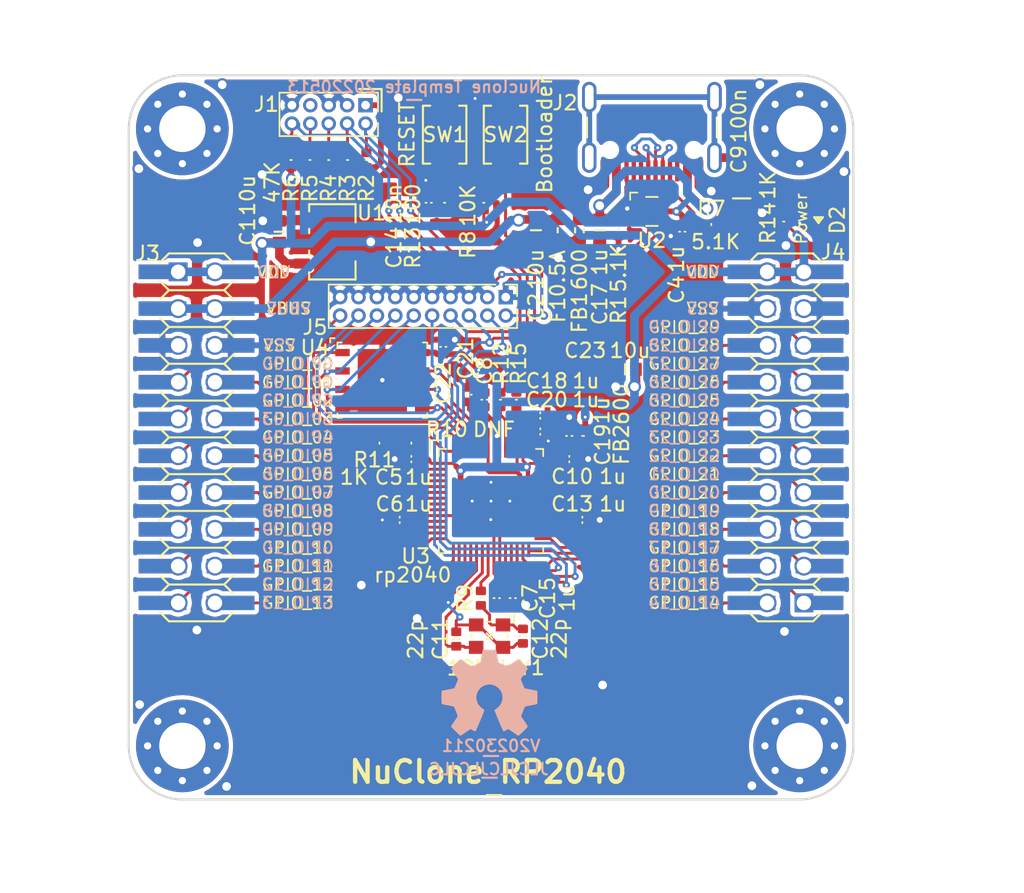
<source format=kicad_pcb>
(kicad_pcb (version 20211014) (generator pcbnew)
  (layers (0 "F.Cu" signal) (1 "In1.Cu" signal) (2 "In2.Cu" signal) (31 "B.Cu" signal) (34 "B.Paste" user) (35 "F.Paste" user) (36 "B.SilkS" user "B.Silkscreen") (37 "F.SilkS" user "F.Silkscreen") (38 "B.Mask" user) (39 "F.Mask" user) (44 "Edge.Cuts" user))
  (net 0 "")
  (net 1 "/VBUS")
  (net 2 "Net-(F1-Pad2)")
  (net 3 "/VDD")
  (net 4 "Net-(C9-Pad2)")
  (net 5 "/VSS")
  (net 7 "/GPIO_28")
  (net 8 "/GPIO_29")
  (net 9 "/TMS")
  (net 10 "/TCK")
  (net 11 "/TDO")
  (net 12 "/TDI")
  (net 13 "/RESET")
  (net 14 "Net-(R13-Pad2)")
  (net 15 "Net-(D2-Pad2)")
  (net 16 "Net-(J2-PadB5)")
  (net 19 "Net-(J2-PadA5)")
  (net 20 "/Bootloader")
  (net 21 "/GPIO_20")
  (net 22 "/GPIO_23")
  (net 23 "/GPIO_27")
  (net 24 "/GPIO_16")
  (net 25 "/GPIO_21")
  (net 26 "/GPIO_19")
  (net 27 "/GPIO_17")
  (net 28 "/GPIO_18")
  (net 29 "/GPIO_15")
  (net 30 "/GPIO_14")
  (net 31 "/GPIO_22")
  (net 32 "/GPIO_24")
  (net 33 "/GPIO_25")
  (net 34 "/GPIO_26")
  (net 35 "/GPIO_13")
  (net 36 "/GPIO_12")
  (net 37 "/GPIO_11")
  (net 38 "/GPIO_10")
  (net 39 "/GPIO_09")
  (net 40 "/GPIO_08")
  (net 41 "/GPIO_07")
  (net 42 "/GPIO_06")
  (net 43 "/GPIO_05")
  (net 44 "/GPIO_04")
  (net 45 "/GPIO_03")
  (net 46 "/GPIO_02")
  (net 47 "/GPIO_01")
  (net 48 "/GPIO_00")
  (net 49 "/VUSB")
  (net 50 "/DP")
  (net 51 "/DN")
  (net 54 "Net-(C11-Pad2)")
  (net 55 "Net-(C12-Pad2)")
  (net 56 "/microcontroller/1.1V")
  (net 57 "/microcontroller/AVDD")
  (net 58 "Net-(R9-Pad2)")
  (net 59 "/microcontroller/QSPI_SD3")
  (net 60 "/microcontroller/QSPI_SCLK")
  (net 61 "/microcontroller/QSPI_SD0")
  (net 62 "/microcontroller/QSPI_SD2")
  (net 63 "/microcontroller/QSPI_SD1")
  (net 64 "/microcontroller/QSPI_SS")
  (net 65 "Net-(R12-Pad2)")
  (net 66 "Net-(R15-Pad2)")
  (footprint "MountingHole:MountingHole_3.2mm_M3_Pad_Via" (layer "F.Cu") (at 63.7 64.7)
    (fp_text reference "H1" hide)
    (fp_text value "MountingHole" hide)
  )
  (footprint "MountingHole:MountingHole_3.2mm_M3_Pad_Via" (layer "F.Cu") (at 106.3 64.7)
    (fp_text reference "H2" hide)
    (fp_text value "MountingHole" hide)
  )
  (footprint "MountingHole:MountingHole_3.2mm_M3_Pad_Via" (layer "F.Cu") (at 63.7 107.3)
    (fp_text reference "H4" hide)
    (fp_text value "MountingHole" hide)
  )
  (footprint "SquantorLabels:Label_Generic" (layer "F.Cu") (at 85.2 110.1)
    (fp_text reference "N4" hide)
    (fp_text value "NuClone RP2040")
  )
  (footprint "MountingHole:MountingHole_3.2mm_M3_Pad_Via" (layer "F.Cu") (at 106.3 107.3)
    (fp_text reference "H3" hide)
    (fp_text value "MountingHole" hide)
  )
  (footprint "SquantorConnectorsNamed:nuclone_small_right_stacked" (layer "F.Cu") (at 105.32 86 90)
    (fp_text reference "J4")
    (fp_text value "nuclone_small_right")
  )
  (footprint "SquantorConnectorsNamed:nuclone_small_left_stacked" (layer "F.Cu") (at 64.68 86 -90)
    (fp_text reference "J3")
    (fp_text value "nuclone_small_left")
  )
  (footprint "SquantorRcl:R_0402_hand" (layer "F.Cu") (at 105.2 71.1 -90)
    (fp_text reference "R14")
    (fp_text value "1K")
  )
  (footprint "SquantorSwitches:TD-85XU" (layer "F.Cu") (at 86 65.1 -90)
    (fp_text reference "SW2")
    (fp_text value "Bootloader")
  )
  (footprint "SquantorRcl:R_0402_hand" (layer "F.Cu") (at 75.1 66.85 -90)
    (fp_text reference "R3")
    (fp_text value "47K" hide)
  )
  (footprint "SquantorRcl:C_0805" (layer "F.Cu") (at 102.3 69.5 90)
    (fp_text reference "C9")
    (fp_text value "100n")
  )
  (footprint "SquantorRcl:R_0402_hand" (layer "F.Cu") (at 81.8 69.8 90)
    (fp_text reference "R13")
    (fp_text value "100")
  )
  (footprint "SquantorRcl:R_0402_hand" (layer "F.Cu") (at 84.5 69.8 -90)
    (fp_text reference "R8")
    (fp_text value "10K")
  )
  (footprint "SquantorRcl:R_0402_hand" (layer "F.Cu") (at 100.2 71.3 180)
    (fp_text reference "R7")
    (fp_text value "5.1K")
  )
  (footprint "SquantorRcl:R_0402_hand" (layer "F.Cu") (at 76.4 66.85 -90)
    (fp_text reference "R2")
    (fp_text value "47K" hide)
  )
  (footprint "SquantorRcl:R_0402_hand" (layer "F.Cu") (at 73.8 66.85 -90)
    (fp_text reference "R4")
    (fp_text value "47K" hide)
  )
  (footprint "SquantorRcl:R_0402_hand" (layer "F.Cu") (at 72.5 66.85 -90)
    (fp_text reference "R5")
    (fp_text value "47K" hide)
  )
  (footprint "SquantorRcl:R_0402_hand" (layer "F.Cu") (at 93.8 71.6 90)
    (fp_text reference "R1")
    (fp_text value "5.1K")
  )
  (footprint "SquantorConnectors:Header-0127-2X05-H006" (layer "F.Cu") (at 73.8 63.7 180)
    (fp_text reference "J1")
    (fp_text value "JTAG_2X05")
  )
  (footprint "SquantorIC:SOT89-NXP" (layer "F.Cu") (at 73.7 72.5 -90)
    (fp_text reference "U1")
    (fp_text value "MCP1702-MB")
  )
  (footprint "SquantorRcl:C_0603" (layer "F.Cu") (at 92.5 71.7 90)
    (fp_text reference "C17")
    (fp_text value "1u")
  )
  (footprint "SquantorSwitches:TD-85XU" (layer "F.Cu") (at 81.8 65.1 -90)
    (fp_text reference "SW1")
    (fp_text value "RESET")
  )
  (footprint "SquantorDiodes:LED_0603_hand" (layer "F.Cu") (at 107.6 71 90)
    (fp_text reference "D2")
    (fp_text value "GREEN")
  )
  (footprint "SquantorRcl:F_0603_hand" (layer "F.Cu") (at 89.6 71.7 -90)
    (fp_text reference "F1")
    (fp_text value "0.5A")
  )
  (footprint "SquantorRcl:C_0603" (layer "F.Cu") (at 88.1 71.7 90)
    (fp_text reference "C2")
    (fp_text value "10u")
  )
  (footprint "SquantorRcl:C_0603" (layer "F.Cu") (at 70.4 71.8 90)
    (fp_text reference "C1")
    (fp_text value "10u")
  )
  (footprint "SquantorRcl:R_0402_hand" (layer "F.Cu") (at 71.2 66.85 -90)
    (fp_text reference "R6")
    (fp_text value "47K")
  )
  (footprint "SquantorRcl:C_0402" (layer "F.Cu") (at 80.7 69.8 -90)
    (fp_text reference "C14")
    (fp_text value "10n")
  )
  (footprint "SquantorRcl:L_0603" (layer "F.Cu") (at 91.1 71.7 90)
    (fp_text reference "FB1")
    (fp_text value "600")
  )
  (footprint "SquantorUsb:USB-C-HRO-31-M-12" (layer "F.Cu") (at 96.1 67.6 180)
    (fp_text reference "J2")
    (fp_text value "TYPE-C-31-M-12")
  )
  (footprint "SquantorRcl:C_0402" (layer "F.Cu") (at 98.2 71.8 -90)
    (fp_text reference "C4")
    (fp_text value "1u")
  )
  (footprint "SquantorIC:SOT363-ONsemi" (layer "F.Cu") (at 96.1 70.4)
    (fp_text reference "U2")
    (fp_text value "TPESD0504C6")
  )
  (footprint "SquantorRcl:C_0402" (layer "F.Cu") (at 82.6 99.925 -90)
    (fp_text reference "C11")
    (fp_text value "22p")
  )
  (footprint "SquantorRcl:C_0402" (layer "F.Cu") (at 83.45 83.05 -90)
    (fp_text reference "C21")
    (fp_text value "1u")
  )
  (footprint "SquantorRcl:C_0402" (layer "F.Cu") (at 88.4 84.5 180)
    (fp_text reference "C18")
    (fp_text value "1u")
  )
  (footprint "SquantorRcl:C_0402" (layer "F.Cu") (at 88.4 85.6 180)
    (fp_text reference "C20")
    (fp_text value "1u")
  )
  (footprint "SquantorRcl:R_0402_hand" (layer "F.Cu") (at 86.75 83.4 -90)
    (fp_text reference "R15")
    (fp_text value "27")
  )
  (footprint "SquantorRcl:C_0402" (layer "F.Cu") (at 81.7 79.75 -90)
    (fp_text reference "C22")
    (fp_text value "1u")
  )
  (footprint "SquantorRcl:C_0402" (layer "F.Cu") (at 86.5 97.1 90)
    (fp_text reference "C15")
    (fp_text value "1u")
  )
  (footprint "SquantorIC:QFN56_7by7mm_RaspberryPi" (layer "F.Cu") (at 85 90.4)
    (fp_text reference "U3")
    (fp_text value "rp2040")
  )
  (footprint "SquantorRcl:C_0402" (layer "F.Cu") (at 85.4 97.1 90)
    (fp_text reference "C7")
    (fp_text value "1u")
  )
  (footprint "SquantorRcl:C_0402" (layer "F.Cu") (at 84.55 83.4 -90)
    (fp_text reference "C8")
    (fp_text value "1u")
  )
  (footprint "SquantorRcl:R_0402_hand" (layer "F.Cu") (at 77.3 86.4)
    (fp_text reference "R11")
    (fp_text value "1K")
  )
  (footprint "SquantorRcl:R_0402_hand" (layer "F.Cu") (at 84.3 97.1 90)
    (fp_text reference "R9")
    (fp_text value "TBD")
  )
  (footprint "SquantorRcl:C_0402" (layer "F.Cu") (at 79.5 87.5)
    (fp_text reference "C5")
    (fp_text value "1u")
  )
  (footprint "SquantorRcl:C_0402" (layer "F.Cu") (at 90.4 87.5 180)
    (fp_text reference "C10")
    (fp_text value "1u")
  )
  (footprint "SquantorRcl:R_0402_hand" (layer "F.Cu") (at 79.5 86.4 180)
    (fp_text reference "R10")
    (fp_text value "DNF")
  )
  (footprint "SquantorConnectors:Header-0127-2X10-H006" (layer "F.Cu") (at 80.3 76.95 180)
    (fp_text reference "J5")
    (fp_text value "Conn_02x06_Odd_Even")
  )
  (footprint "SquantorRcl:C_0402" (layer "F.Cu") (at 90.4 85.9 -90)
    (fp_text reference "C19")
    (fp_text value "1u")
  )
  (footprint "SquantorRcl:C_0603" (layer "F.Cu") (at 94.25 81.3)
    (fp_text reference "C23")
    (fp_text value "10u")
  )
  (footprint "SquantorIC:WSON-8-5x6" (layer "F.Cu") (at 77.5 82.05)
    (fp_text reference "U4")
    (fp_text value "MX25L3233FZBI")
  )
  (footprint "SquantorRcl:C_0402" (layer "F.Cu") (at 91.3 91.7 180)
    (fp_text reference "C13")
    (fp_text value "1u")
  )
  (footprint "SquantorRcl:C_0402" (layer "F.Cu") (at 87.2 99.725 90)
    (fp_text reference "C12")
    (fp_text value "22p")
  )
  (footprint "SquantorRcl:R_0402_hand" (layer "F.Cu") (at 85.65 83.4 -90)
    (fp_text reference "R12")
    (fp_text value "27")
  )
  (footprint "SquantorRcl:C_0402" (layer "F.Cu") (at 78.7 91.7)
    (fp_text reference "C6")
    (fp_text value "1u")
  )
  (footprint "SquantorCrystal:Crystal_2520_4" (layer "F.Cu") (at 84.9 99.725 180)
    (fp_text reference "Y1")
    (fp_text value "12MHz")
  )
  (footprint "SquantorRcl:L_0402" (layer "F.Cu") (at 91.5 85.9 -90)
    (fp_text reference "FB2")
    (fp_text value "600")
  )
  (footprint "Symbol:OSHW-Symbol_6.7x6mm_SilkScreen" (layer "B.Cu") (at 84.9 103.65 180)
    (fp_text reference "N1" hide)
    (fp_text value "OHWLOGO" hide)
  )
  (footprint "SquantorLabels:Label_Generic" (layer "B.Cu") (at 84.9 108.9 180)
    (fp_text reference "N3" hide)
    (fp_text value "JLCJLCJLCJLC")
  )
  (footprint "SquantorLabels:Label_Generic" (layer "B.Cu") (at 85 107.4 180)
    (fp_text reference "N2" hide)
    (fp_text value "V20230211")
  )
  (footprint "SquantorLabels:Label_Generic" (layer "B.Cu") (at 79.7 62.1 180)
    (fp_text reference "N5" hide)
    (fp_text value "Nuclone Template 20220513")
  )
  (gr_line (start 77.45 61.95) (end 75.9 61.95) (layer "F.SilkS") (width 0.15))
  (gr_line (start 77.45 61.95) (end 77.45 63.5) (layer "F.SilkS") (width 0.15))
  (gr_arc (start 110 107.3) (mid 108.916295 109.916295) (end 106.3 111) (layer "Edge.Cuts") (width 0.15))
  (gr_arc (start 63.7 111) (mid 61.083705 109.916295) (end 60 107.3) (layer "Edge.Cuts") (width 0.15))
  (gr_line (start 60 64.7) (end 60 107.3) (layer "Edge.Cuts") (width 0.15))
  (gr_line (start 106.3 61) (end 63.7 61) (layer "Edge.Cuts") (width 0.15))
  (gr_line (start 110 107.3) (end 110 64.7) (layer "Edge.Cuts") (width 0.15))
  (gr_arc (start 106.3 61) (mid 108.916295 62.083705) (end 110 64.7) (layer "Edge.Cuts") (width 0.15))
  (gr_arc (start 60 64.7) (mid 61.083705 62.083705) (end 63.7 61) (layer "Edge.Cuts") (width 0.15))
  (gr_line (start 63.7 111) (end 106.3 111) (layer "Edge.Cuts") (width 0.15))
  (gr_text "Power" (at 106.4 70.9 90) (layer "F.SilkS") (effects (font (size 0.8 0.8) (thickness 0.12))))
  (segment (start 86.95 70.95) (end 86.9 71) (width 0.6) (layer "F.Cu") (net 1))
  (segment (start 89.6 70.95) (end 88.1 70.95) (width 0.6) (layer "F.Cu") (net 1))
  (segment (start 88.1 70.95) (end 86.95 70.95) (width 0.6) (layer "F.Cu") (net 1))
  (segment (start 76.7 72.5) (end 74.3 72.5) (width 0.6) (layer "F.Cu") (net 1))
  (via (at 76.7 72.5) (size 0.9) (drill 0.6) (layers "F.Cu" "B.Cu") (net 1))
  (via (at 86.9 71) (size 0.9) (drill 0.6) (layers "F.Cu" "B.Cu") (net 1))
  (segment (start 74.2 72.5) (end 76.7 72.5) (width 0.6) (layer "B.Cu") (net 1))
  (segment (start 84.9 72.5) (end 76.7 72.5) (width 0.6) (layer "B.Cu") (net 1))
  (segment (start 65.95 77.11) (end 69.59 77.11) (width 0.6) (layer "B.Cu") (net 1))
  (segment (start 69.59 77.11) (end 74.2 72.5) (width 0.6) (layer "B.Cu") (net 1))
  (segment (start 86.4 71) (end 84.9 72.5) (width 0.6) (layer "B.Cu") (net 1))
  (segment (start 86.9 71) (end 86.4 71) (width 0.6) (layer "B.Cu") (net 1))
  (segment (start 63.41 77.11) (end 65.95 77.11) (width 0.6) (layer "B.Cu") (net 1))
  (segment (start 91.1 72.45) (end 89.6 72.45) (width 0.6) (layer "F.Cu") (net 2))
  (segment (start 80.7 87.6) (end 80.6 87.5) (width 0.4) (layer "F.Cu") (net 3))
  (segment (start 69.25 72.55) (end 69.2 72.6) (width 0.6) (layer "F.Cu") (net 3))
  (segment (start 80.9 87.8) (end 80.7 87.6) (width 0.2) (layer "F.Cu") (net 3))
  (segment (start 82.9 88.3) (end 82.6 88) (width 0.4) (layer "F.Cu") (net 3))
  (segment (start 89.45 87.5) (end 89.15 87.8) (width 0.2) (layer "F.Cu") (net 3))
  (segment (start 83.050002 80.25) (end 84.150001 81.349999) (width 0.4) (layer "F.Cu") (net 3))
  (segment (start 87.2 87.6) (end 87.449501 87.849501) (width 0.2) (layer "F.Cu") (net 3))
  (segment (start 85.4 95.6) (end 85.4 96.6) (width 0.2) (layer "F.Cu") (net 3))
  (segment (start 85.4 85.9) (end 85.4 85.2) (width 0.4) (layer "F.Cu") (net 3))
  (segment (start 70.4 73.5) (end 70.4 72.55) (width 0.6) (layer "F.Cu") (net 3))
  (segment (start 80.1 91.4) (end 81.5625 91.4) (width 0.2) (layer "F.Cu") (net 3))
  (segment (start 87.449501 88.049501) (end 87.55 88.15) (width 0.3) (layer "F.Cu") (net 3))
  (segment (start 95 81.3) (end 95 82.4) (width 0.6) (layer "F.Cu") (net 3))
  (segment (start 85.2 92.6) (end 85.1 92.5) (width 0.2) (layer "F.Cu") (net 3))
  (segment (start 84.5 70.95) (end 84.7 71.15) (width 0.2) (layer "F.Cu") (net 3))
  (segment (start 79.8 91.7) (end 80.1 91.4) (width 0.2) (layer "F.Cu") (net 3))
  (segment (start 90.2 91.7) (end 90.75 91.7) (width 0.2) (layer "F.Cu") (net 3))
  (segment (start 87.699002 87.8) (end 87.449501 88.049501) (width 0.2) (layer "F.Cu") (net 3))
  (segment (start 85.2 86.9625) (end 85.2 86.1) (width 0.2) (layer "F.Cu") (net 3))
  (segment (start 82.4 87.8) (end 82.6 88) (width 0.2) (layer "F.Cu") (net 3))
  (segment (start 87.2 86.9625) (end 87.2 85.751498) (width 0.2) (layer "F.Cu") (net 3))
  (segment (start 77.4 67) (end 77.05 67.35) (width 0.4) (layer "F.Cu") (net 3))
  (segment (start 85.2 95.4) (end 85.4 95.6) (width 0.2) (layer "F.Cu") (net 3))
  (segment (start 85.4 85.2) (end 84.55 84.35) (width 0.4) (layer "F.Cu") (net 3))
  (segment (start 85.2 93.8375) (end 85.2 92.6) (width 0.2) (layer "F.Cu") (net 3))
  (segment (start 81.5625 87.8) (end 80.9 87.8) (width 0.2) (layer "F.Cu") (net 3))
  (segment (start 70.4 72.55) (end 69.25 72.55) (width 0.6) (layer "F.Cu") (net 3))
  (segment (start 80.000003 87.5) (end 80.000001 87.500002) (width 0.4) (layer "F.Cu") (net 3))
  (segment (start 91.5 85.4) (end 91.5 84.6) (width 0.4) (layer "F.Cu") (net 3))
  (segment (start 105.7 71.6) (end 105.2 71.6) (width 0.2) (layer "F.Cu") (net 3))
  (segment (start 80.25 80.145) (end 81.145 80.145) (width 0.4) (layer "F.Cu") (net 3))
  (segment (start 76.4 67.35) (end 71.2 67.35) (width 0.4) (layer "F.Cu") (net 3))
  (segment (start 81.25 80.25) (end 83.050002 80.25) (width 0.4) (layer "F.Cu") (net 3))
  (segment (start 82.9 92.2) (end 82.9 91.7) (width 0.4) (layer "F.Cu") (net 3))
  (segment (start 80 86.4) (end 80.000001 87.500002) (width 0.2) (layer "F.Cu") (net 3))
  (segment (start 87.55 88.15) (end 87.55 91.4) (width 0.3) (layer "F.Cu") (net 3))
  (segment (start 88.4375 87.8) (end 87.699002 87.8) (width 0.2) (layer "F.Cu") (net 3))
  (segment (start 81.5625 87.8) (end 82.4 87.8) (width 0.2) (layer "F.Cu") (net 3))
  (segment (start 84.55 84.35) (end 84.55 83.9) (width 0.4) (layer "F.Cu") (net 3))
  (segment (start 89.45 87.5) (end 89.9 87.5) (width 0.2) (layer "F.Cu") (net 3))
  (segment (start 88.4375 91.4) (end 87.55 91.4) (width 0.2) (layer "F.Cu") (net 3))
  (segment (start 80.6 87.5) (end 80.000003 87.5) (width 0.4) (layer "F.Cu") (net 3))
  (segment (start 89.9 91.4) (end 90.2 91.7) (width 0.2) (layer "F.Cu") (net 3))
  (segment (start 87.2 85.751498) (end 87.351498 85.6) (width 0.2) (layer "F.Cu") (net 3))
  (segment (start 70.9 74) (end 70.4 73.5) (width 0.6) (layer "F.Cu") (net 3))
  (segment (start 84.5 70.3) (end 84.5 70.95) (width 0.2) (layer "F.Cu") (net 3))
  (segment (start 85.6 86.1) (end 85.4 85.9) (width 0.2) (layer "F.Cu") (net 3))
  (segment (start 81.145 80.145) (end 81.25 80.25) (width 0.4) (layer "F.Cu") (net 3))
  (segment (start 85.1 92.5) (end 83.9 92.5) (width 0.4) (layer "F.Cu") (net 3))
  (segment (start 88.4375 91.4) (end 89.9 91.4) (width 0.2) (layer "F.Cu") (net 3))
  (segment (start 85.2 93.8375) (end 85.2 95.4) (width 0.2) (layer "F.Cu") (net 3))
  (segment (start 106.1 72) (end 105.7 71.6) (width 0.2) (layer "F.Cu") (net 3))
  (segment (start 71.95 74) (end 70.9 74) (width 0.6) (layer "F.Cu") (net 3))
  (segment (start 95 82.4) (end 94.9 82.5) (width 0.6) (layer "F.Cu") (net 3))
  (segment (start 82.9 91.7) (end 82.9 91.4) (width 0.4) (layer "F.Cu") (net 3))
  (segment (start 81.5625 91.4) (end 82.9 91.4) (width 0.2) (layer "F.Cu") (net 3))
  (segment (start 71.2 67.35) (end 71.2 68.1) (width 0.4) (layer "F.Cu") (net 3))
  (segment (start 83.9 92.5) (end 83.2 92.5) (width 0.4) (layer "F.Cu") (net 3))
  (segment (start 85.6 86.9625) (end 85.6 86.1) (width 0.2) (layer "F.Cu") (net 3))
  (segment (start 87.449501 87.849501) (end 87.449501 88.049501) (width 0.2) (layer "F.Cu") (net 3))
  (segment (start 77.165 63.065) (end 77.4 63.3) (width 0.4) (layer "F.Cu") (net 3))
  (segment (start 85.2 86.1) (end 85.4 85.9) (width 0.2) (layer "F.Cu") (net 3))
  (segment (start 77.05 67.35) (end 76.4 67.35) (width 0.4) (layer "F.Cu") (net 3))
  (segment (start 89.15 87.8) (end 88.4375 87.8) (width 0.2) (layer "F.Cu") (net 3))
  (segment (start 87.2 86.9625) (end 87.2 87.6) (width 0.2) (layer "F.Cu") (net 3))
  (segment (start 83.2 92.5) (end 83 92.3) (width 0.4) (layer "F.Cu") (net 3))
  (segment (start 79.2 91.7) (end 79.8 91.7) (width 0.2) (layer "F.Cu") (net 3))
  (segment (start 87.85 85.6) (end 87.351498 85.6) (width 0.2) (layer "F.Cu") (net 3))
  (segment (start 77.4 63.3) (end 77.4 67) (width 0.4) (layer "F.Cu") (net 3))
  (segment (start 82.9 91.4) (end 82.9 88.3) (width 0.4) (layer "F.Cu") (net 3))
  (segment (start 83 92.3) (end 82.9 92.2) (width 0.4) (layer "F.Cu") (net 3))
  (segment (start 76.34 63.065) (end 77.165 63.065) (width 0.4) (layer "F.Cu") (net 3))
  (via (at 91.5 84.6) (size 0.5) (drill 0.2) (layers "F.Cu" "B.Cu") (net 3))
  (via (at 84.7 71.15) (size 0.5) (drill 0.2) (layers "F.Cu" "B.Cu") (net 3))
  (via (at 84.150001 81.349999) (size 0.5) (drill 0.2) (layers "F.Cu" "B.Cu") (net 3))
  (via (at 85.4 85.9) (size 0.6) (drill 0.3) (layers "F.Cu" "B.Cu") (net 3))
  (via (at 82.9 88.3) (size 0.6) (drill 0.3) (layers "F.Cu" "B.Cu") (net 3))
  (via (at 106.1 72) (size 0.5) (drill 0.2) (layers "F.Cu" "B.Cu") (net 3))
  (via (at 69.2 72.6) (size 0.9) (drill 0.6) (layers "F.Cu" "B.Cu") (net 3))
  (via (at 94.9 82.5) (size 0.9) (drill 0.6) (layers "F.Cu" "B.Cu") (net 3))
  (via (at 71.2 68.1) (size 0.7) (drill 0.4) (layers "F.Cu" "B.Cu") (net 3))
  (via (at 87.449501 88.049501) (size 0.6) (drill 0.3) (layers "F.Cu" "B.Cu") (net 3))
  (segment (start 85.4 88.05) (end 83.15 88.05) (width 0.6) (layer "B.Cu") (net 3))
  (segment (start 106.59 72.49) (end 106.1 72) (width 0.6) (layer "B.Cu") (net 3))
  (segment (start 94.5 83.8) (end 92.85 83.8) (width 0.6) (layer "B.Cu") (net 3))
  (segment (start 87.449002 88.05) (end 87.449501 88.049501) (width 0.6) (layer "B.Cu") (net 3))
  (segment (start 85.4 81.7) (end 85.05 81.35) (width 0.6) (layer "B.Cu") (net 3))
  (segment (start 85.4 85.9) (end 85.4 88.05) (width 0.6) (layer "B.Cu") (net 3))
  (segment (start 106.59 74.57) (end 104.05 74.57) (width 0.6) (layer "B.Cu") (net 3))
  (segment (start 91.2 72.05) (end 95.4 72.05) (width 0.6) (layer "B.Cu") (net 3))
  (segment (start 94.9 82.5) (end 94.9 77.59) (width 0.6) (layer "B.Cu") (net 3))
  (segment (start 85.4 83.55) (end 85.4 85.9) (width 0.6) (layer "B.Cu") (net 3))
  (segment (start 71.2 68.1) (end 71.2 72.6) (width 0.6) (layer "B.Cu") (net 3))
  (segment (start 88.9 69.75) (end 91.2 72.05) (width 0.6) (layer "B.Cu") (net 3))
  (segment (start 67.03 74.57) (end 69.08 74.57) (width 0.6) (layer "B.Cu") (net 3))
  (segment (start 94.9 82.5) (end 94.9 83.4) (width 0.6) (layer "B.Cu") (net 3))
  (segment (start 73.75 71.4) (end 84.45 71.4) (width 0.6) (layer "B.Cu") (net 3))
  (segment (start 94.9 83.4) (end 94.5 83.8) (width 0.6) (layer "B.Cu") (net 3))
  (segment (start 91.5 84.6) (end 91.5 83.55) (width 0.6) (layer "B.Cu") (net 3))
  (segment (start 72.55 72.6) (end 73.75 71.4) (width 0.6) (layer "B.Cu") (net 3))
  (segment (start 94.9 77.59) (end 97.92 74.57) (width 0.6) (layer "B.Cu") (net 3))
  (segment (start 92.6 83.55) (end 91.5 83.55) (width 0.6) (layer "B.Cu") (net 3))
  (segment (start 91.5 83.55) (end 85.4 83.55) (width 0.6) (layer "B.Cu") (net 3))
  (segment (start 69.2 72.6) (end 71.2 72.6) (width 0.6) (layer "B.Cu") (net 3))
  (segment (start 83.15 88.05) (end 82.9 88.3) (width 0.6) (layer "B.Cu") (net 3))
  (segment (start 92.85 83.8) (end 92.6 83.55) (width 0.6) (layer "B.Cu") (net 3))
  (segment (start 85.05 81.35) (end 84.150001 81.349999) (width 0.6) (layer "B.Cu") (net 3))
  (segment (start 69.08 74.57) (end 69.2 74.45) (width 0.6) (layer "B.Cu") (net 3))
  (segment (start 95.4 72.05) (end 97.92 74.57) (width 0.6) (layer "B.Cu") (net 3))
  (segment (start 85.4 83.55) (end 85.4 81.7) (width 0.6) (layer "B.Cu") (net 3))
  (segment (start 97.92 74.57) (end 102.97 74.57) (width 0.6) (layer "B.Cu") (net 3))
  (segment (start 84.45 71.4) (end 86.1 69.75) (width 0.6) (layer "B.Cu") (net 3))
  (segment (start 71.2 72.6) (end 72.55 72.6) (width 0.6) (layer "B.Cu") (net 3))
  (segment (start 106.59 74.57) (end 106.59 72.49) (width 0.6) (layer "B.Cu") (net 3))
  (segment (start 63.41 74.57) (end 65.95 74.57) (width 0.6) (layer "B.Cu") (net 3))
  (segment (start 85.4 88.05) (end 87.449002 88.05) (width 0.6) (layer "B.Cu") (net 3))
  (segment (start 69.2 74.45) (end 69.2 72.6) (width 0.6) (layer "B.Cu") (net 3))
  (segment (start 86.1 69.75) (end 88.9 69.75) (width 0.6) (layer "B.Cu") (net 3))
  (segment (start 100.42 66.685) (end 101.985 66.685) (width 0.6) (layer "F.Cu") (net 4))
  (segment (start 102.3 67) (end 102.3 68.5) (width 0.6) (layer "F.Cu") (net 4))
  (segment (start 101.985 66.685) (end 102.3 67) (width 0.6) (layer "F.Cu") (net 4))
  (segment (start 100.42 62.505) (end 100.42 66.685) (width 0.4) (layer "B.Cu") (net 4))
  (segment (start 91.78 62.505) (end 100.42 62.505) (width 0.4) (layer "B.Cu") (net 4))
  (segment (start 91.78 66.685) (end 91.78 62.505) (width 0.4) (layer "B.Cu") (net 4))
  (segment (start 71.1 71) (end 71.05 71.05) (width 0.6) (layer "F.Cu") (net 5))
  (segment (start 71.05 71.05) (end 70.4 71.05) (width 0.6) (layer "F.Cu") (net 5))
  (segment (start 71.95 71) (end 71.1 71) (width 0.6) (layer "F.Cu") (net 5))
  (segment (start 100.2 69) (end 99.7 69) (width 0.6) (layer "F.Cu") (net 5))
  (segment (start 99.7 69) (end 99.35 68.65) (width 0.6) (layer "F.Cu") (net 5))
  (segment (start 99.35 68.65) (end 99.35 67.6) (width 0.6) (layer "F.Cu") (net 5))
  (segment (start 86 62.6) (end 83.9 62.6) (width 0.4) (layer "F.Cu") (net 5))
  (segment (start 81.8 62.6) (end 83.9 62.6) (width 0.4) (layer "F.Cu") (net 5))
  (segment (start 91.85 91.7) (end 92.5 91.7) (width 0.6) (layer "F.Cu") (net 5))
  (segment (start 78.2 91.7) (end 77.5 91.7) (width 0.6) (layer "F.Cu") (net 5))
  (segment (start 93.8 72.1) (end 93.8 73) (width 0.2) (layer "F.Cu") (net 5))
  (segment (start 92.5 73.1) (end 92.5 72.45) (width 0.4) (layer "F.Cu") (net 5))
  (segment (start 90.9 87.5) (end 91.7 87.5) (width 0.6) (layer "F.Cu") (net 5))
  (segment (start 102.3 70.5) (end 103.7 70.5) (width 0.6) (layer "F.Cu") (net 5))
  (segment (start 88.3 73.4) (end 88.5 73.6) (width 0.6) (layer "F.Cu") (net 5))
  (segment (start 84 93.8375) (end 84 95.192929) (width 0.2) (layer "F.Cu") (net 5))
  (segment (start 84.55 82.9) (end 84.55 82.15) (width 0.4) (layer "F.Cu") (net 5))
  (segment (start 86.525 100.5) (end 86.8 100.225) (width 0.2) (layer "F.Cu") (net 5))
  (segment (start 77.5 83.75) (end 77.295 83.955) (width 0.4) (layer "F.Cu") (net 5))
  (segment (start 82.6 98.65) (end 82.85 98.4) (width 0.2) (layer "F.Cu") (net 5))
  (segment (start 94.6 70.4) (end 95.18 70.4) (width 0.4) (layer "F.Cu") (net 5))
  (segment (start 80.7 69.3) (end 80.7 68.45) (width 0.2) (layer "F.Cu") (net 5))
  (segment (start 79 87.5) (end 78.35 87.5) (width 0.6) (layer "F.Cu") (net 5))
  (segment (start 82.05 97.142929) (end 82.05 97.4) (width 0.2) (layer "F.Cu") (net 5))
  (segment (start 77.5 82.05) (end 77.5 83.75) (width 0.4) (layer "F.Cu") (net 5))
  (segment (start 83.45 82.55) (end 83.45 81.75) (width 0.4) (layer "F.Cu") (net 5))
  (segment (start 92.7 73.3) (end 92.5 73.1) (width 0.4) (layer "F.Cu") (net 5))
  (segment (start 102.2 71.3) (end 102.3 71.2) (width 0.2) (layer "F.Cu") (net 5))
  (segment (start 98.2 72.3) (end 97.6 72.3) (width 0.4) (layer "F.Cu") (net 5))
  (segment (start 69.25 71.05) (end 70.4 71.05) (width 0.6) (layer "F.Cu") (net 5))
  (segment (start 94.4 70.2) (end 94.6 70.4) (width 0.4) (layer "F.Cu") (net 5))
  (segment (start 82.45 79.25) (end 81.7 79.25) (width 0.4) (layer "F.Cu") (net 5))
  (segment (start 92.55 68.9) (end 92.85 68.6) (width 0.6) (layer "F.Cu") (net 5))
  (segment (start 97.6 72.3) (end 97.4 72.1) (width 0.4) (layer "F.Cu") (net 5))
  (segment (start 80.7 68.45) (end 80.5 68.25) (width 0.2) (layer "F.Cu") (net 5))
  (segment (start 88.1 72.45) (end 88.1 73.2) (width 0.6) (layer "F.Cu") (net 5))
  (segment (start 81.7 79.25) (end 77.85 79.25) (width 0.4) (layer "F.Cu") (net 5))
  (segment (start 93.8 73) (end 93.5 73.3) (width 0.4) (layer "F.Cu") (net 5))
  (segment (start 100.7 71.3) (end 102.2 71.3) (width 0.2) (layer "F.Cu") (net 5))
  (segment (start 93.5 82.4) (end 93.6 82.5) (width 0.6) (layer "F.Cu") (net 5))
  (segment (start 88.9 84.5) (end 88.9 86.199998) (width 0.6) (layer "F.Cu") (net 5))
  (segment (start 82.6 98.95) (end 82.6 99.425) (width 0.2) (layer "F.Cu") (net 5))
  (segment (start 84 95.192929) (end 82.05 97.142929) (width 0.2) (layer "F.Cu") (net 5))
  (segment (start 82.6 98.95) (end 82.6 98.65) (width 0.2) (layer "F.Cu") (net 5))
  (segment (start 84.125 98.95) (end 85.675 100.5) (width 0.2) (layer "F.Cu") (net 5))
  (segment (start 90.4 85.4) (end 90.4 84.6) (width 0.6) (layer "F.Cu") (net 5))
  (segment (start 86.8 100.225) (end 87.2 100.225) (width 0.2) (layer "F.Cu") (net 5))
  (segment (start 106.95 71.85) (end 106.3 71.2) (width 0.2) (layer "F.Cu") (net 5))
  (segment (start 83.975 98.95) (end 82.6 98.95) (width 0.2) (layer "F.Cu") (net 5))
  (segment (start 77.295 83.955) (end 74.75 83.955) (width 0.4) (layer "F.Cu") (net 5))
  (segment (start 85.675 100.5) (end 85.825 100.5) (width 0.2) (layer "F.Cu") (net 5))
  (segment (start 92.85 68.6) (end 92.85 67.6) (width 0.6) (layer "F.Cu") (net 5))
  (segment (start 77.5 79.6) (end 77.5 82.05) (width 0.4) (layer "F.Cu") (net 5))
  (segment (start 83.975 98.95) (end 84.125 98.95) (width 0.2) (layer "F.Cu") (net 5))
  (segment (start 85.4 97.6) (end 87.4 97.6) (width 0.6) (layer "F.Cu") (net 5))
  (segment (start 91.7 68.9) (end 92.55 68.9) (width 0.6) (layer "F.Cu") (net 5))
  (segment (start 85.825 100.5) (end 86.525 100.5) (width 0.2) (layer "F.Cu") (net 5))
  (segment (start 93.5 81.3) (end 93.5 82.4) (width 0.6) (layer "F.Cu") (net 5))
  (segment (start 93.5 73.3) (end 92.7 73.3) (width 0.4) (layer "F.Cu") (net 5))
  (segment (start 77.85 79.25) (end 77.5 79.6) (width 0.4) (layer "F.Cu") (net 5))
  (segment (start 102.3 71.2) (end 102.3 70.5) (width 0.2) (layer "F.Cu") (net 5))
  (segment (start 107.6 71.85) (end 106.95 71.85) (width 0.2) (layer "F.Cu") (net 5))
  (segment (start 82.499999 79.200001) (end 82.45 79.25) (width 0.4) (layer "F.Cu") (net 5))
  (segment (start 88.1 73.2) (end 88.3 73.4) (width 0.6) (layer "F.Cu") (net 5))
  (segment (start 88.9 86.199998) (end 88.950001 86.249999) (width 0.6) (layer "F.Cu") (net 5))
  (segment (start 88.5 73.6) (end 89.65 73.6) (width 0.6) (layer "F.Cu") (net 5))
  (via (at 100.2 69) (size 0.9) (drill 0.6) (layers "F.Cu" "B.Cu") (net 5))
  (via (at 80.5 68.25) (size 0.5) (drill 0.2) (layers "F.Cu" "B.Cu") (net 5))
  (via (at 91.7 68.9) (size 0.9) (drill 0.6) (layers "F.Cu" "B.Cu") (net 5))
  (via (at 83.9 62.6) (size 0.5) (drill 0.2) (layers "F.Cu" "B.Cu") (net 5))
  (via (at 91.7 87.5) (size 0.7) (drill 0.4) (layers "F.Cu" "B.Cu") (net 5))
  (via (at 82.5 79.25) (size 0.7) (drill 0.4) (layers "F.Cu" "B.Cu") (net 5))
  (via (at 83.45 81.75) (size 0.5) (drill 0.2) (layers "F.Cu" "B.Cu") (net 5))
  (via (at 106.3 71.2) (size 0.5) (drill 0.2) (layers "F.Cu" "B.Cu") (net 5))
  (via (at 82.85 98.4) (size 0.5) (drill 0.2) (layers "F.Cu" "B.Cu") (net 5))
  (via (at 93.6 82.5) (size 0.9) (drill 0.6) (layers "F.Cu" "B.Cu") (net 5))
  (via (at 89.65 73.6) (size 0.9) (drill 0.6) (layers "F.Cu" "B.Cu") (net 5))
  (via (at 84.55 82.15) (size 0.5) (drill 0.2) (layers "F.Cu" "B.Cu") (net 5))
  (via (at 92.5 91.7) (size 0.7) (drill 0.4) (layers "F.Cu" "B.Cu") (net 5))
  (via (at 66.45 61.65) (size 0.9) (drill 0.6) (layers "F.Cu" "B.Cu") (net 5))
  (via (at 77.5 91.7) (size 0.5) (drill 0.2) (layers "F.Cu" "B.Cu") (net 5))
  (via (at 76.05 96.2) (size 0.9) (drill 0.6) (layers "F.Cu" "B.Cu") (net 5))
  (via (at 94.4 70.2) (size 0.6) (drill 0.3) (layers "F.Cu" "B.Cu") (net 5))
  (via (at 105.35 72.75) (size 0.9) (drill 0.6) (layers "F.Cu" "B.Cu") (net 5))
  (via (at 103 110.05) (size 0.9) (drill 0.6) (layers "F.Cu" "B.Cu") (net 5))
  (via (at 103.7 70.5) (size 0.9) (drill 0.6) (layers "F.Cu" "B.Cu") (net 5))
  (via (at 109.35 67.65) (size 0.9) (drill 0.6) (layers "F.Cu" "B.Cu") (net 5))
  (via (at 85 90.4) (size 0.5) (drill 0.2) (layers "F.Cu" "B.Cu") (net 5))
  (via (at 90.4 84.6) (size 0.7) (drill 0.4) (layers "F.Cu" "B.Cu") (net 5))
  (via (at 88.950001 86.249999) (size 0.5) (drill 0.2) (layers "F.Cu" "B.Cu") (net 5))
  (via (at 105.25 99.4) (size 0.9) (drill 0.6) (layers "F.Cu" "B.Cu") (net 5))
  (via (at 64.75 72.55) (size 0.9) (drill 0.6) (layers "F.Cu" "B.Cu") (net 5))
  (via (at 66.75 110.1) (size 0.9) (drill 0.6) (layers "F.Cu" "B.Cu") (net 5))
  (via (at 103.55 61.65) (size 0.9) (drill 0.6) (layers "F.Cu" "B.Cu") (net 5))
  (via (at 78.6 62.55) (size 0.9) (drill 0.6) (layers "F.Cu" "B.Cu") (net 5))
  (via (at 83.7 90.4) (size 0.5) (drill 0.2) (layers "F.Cu" "B.Cu") (net 5))
  (via (at 79.9 98.5) (size 0.9) (drill 0.6) (layers "F.Cu" "B.Cu") (net 5))
  (via (at 85 89.1) (size 0.5) (drill 0.2) (layers "F.Cu" "B.Cu") (net 5))
  (via (at 60.7 67.45) (size 0.9) (drill 0.6) (layers "F.Cu" "B.Cu") (net 5))
  (via (at 64.7 99.3) (size 0.9) (drill 0.6) (layers "F.Cu" "B.Cu") (net 5))
  (via (at 69.25 71.05) (size 0.9) (drill 0.6) (layers "F.Cu" "B.Cu") (net 5))
  (via (at 86.3 90.4) (size 0.5) (drill 0.2) (layers "F.Cu" "B.Cu") (net 5))
  (via (at 82.05 97.4) (size 0.5) (drill 0.2) (layers "F.Cu" "B.Cu") (net 5))
  (via (at 60.75 104.45) (size 0.9) (drill 0.6) (layers "F.Cu" "B.Cu") (net 5))
  (via (at 93.8 73) (size 0.6) (drill 0.3) (layers "F.Cu" "B.Cu") (net 5))
  (via (at 97.4 72.1) (size 0.6) (drill 0.3) (layers "F.Cu" "B.Cu") (net 5))
  (via (at 77.5 82.05) (size 0.6) (drill 0.3) (layers "F.Cu" "B.Cu") (net 5))
  (via (at 78.35 87.5) (size 0.7) (drill 0.4) (layers "F.Cu" "B.Cu") (net 5))
  (via (at 69.2 67.85) (size 0.9) (drill 0.6) (layers "F.Cu" "B.Cu") (net 5))
  (via (at 87.4 97.6) (size 0.9) (drill 0.6) (layers "F.Cu" "B.Cu") (net 5))
  (via (at 84.97914 91.67914) (size 0.5) (drill 0.2) (layers "F.Cu" "B.Cu") (net 5))
  (via (at 92.7 103.1) (size 0.9) (drill 0.6) (layers "F.Cu" "B.Cu") (net 5))
  (via (at 109 104.2) (size 0.9) (drill 0.6) (layers "F.Cu" "B.Cu") (net 5))
  (segment (start 82.05 97.6) (end 82.05 97.4) (width 0.2) (layer "B.Cu") (net 5))
  (segment (start 82.85 98.4) (end 82.05 97.6) (width 0.2) (layer "B.Cu") (net 5))
  (segment (start 101.05 79.65) (end 102.97 79.65) (width 0.2) (layer "F.Cu") (net 7))
  (segment (start 100.4 80.3) (end 101.05 79.65) (width 0.2) (layer "F.Cu") (net 7))
  (segment (start 93.3 88.6) (end 100.4 81.5) (width 0.2) (layer "F.Cu") (net 7))
  (segment (start 88.4375 88.6) (end 93.3 88.6) (width 0.2) (layer "F.Cu") (net 7))
  (segment (start 100.4 81.5) (end 100.4 80.3) (width 0.2) (layer "F.Cu") (net 7))
  (segment (start 99.9 81.3) (end 99.9 79.6) (width 0.2) (layer "F.Cu") (net 8))
  (segment (start 99.9 79.6) (end 101.1 78.4) (width 0.2) (layer "F.Cu") (net 8))
  (segment (start 105.34 78.4) (end 106.59 79.65) (width 0.2) (layer "F.Cu") (net 8))
  (segment (start 101.1 78.4) (end 105.34 78.4) (width 0.2) (layer "F.Cu") (net 8))
  (segment (start 93 88.2) (end 99.9 81.3) (width 0.2) (layer "F.Cu") (net 8))
  (segment (start 88.4375 88.2) (end 93 88.2) (width 0.2) (layer "F.Cu") (net 8))
  (segment (start 86.45 73.15) (end 88 74.7) (width 0.2) (layer "F.Cu") (net 9))
  (segment (start 88 78.5) (end 86.75 79.75) (width 0.2) (layer "F.Cu") (net 9))
  (segment (start 82.25 73.15) (end 86.45 73.15) (width 0.2) (layer "F.Cu") (net 9))
  (segment (start 76.34 65.04) (end 76.34 64.335) (width 0.2) (layer "F.Cu") (net 9))
  (segment (start 86.4 94.735725) (end 87.264275 95.6) (width 0.2) (layer "F.Cu") (net 9))
  (segment (start 76.4 66.35) (end 76.4 65.1) (width 0.2) (layer "F.Cu") (net 9))
  (segment (start 86.4 93.8375) (end 86.4 94.735725) (width 0.2) (layer "F.Cu") (net 9))
  (segment (start 88 74.7) (end 88 78.5) (width 0.2) (layer "F.Cu") (net 9))
  (segment (start 76.4 65.1) (end 76.34 65.04) (width 0.2) (layer "F.Cu") (net 9))
  (segment (start 79.45 70.35) (end 82.25 73.15) (width 0.2) (layer "F.Cu") (net 9))
  (segment (start 86.75 79.75) (end 85.800002 79.75) (width 0.2) (layer "F.Cu") (net 9))
  (segment (start 87.264275 95.6) (end 90.8 95.6) (width 0.2) (layer "F.Cu") (net 9))
  (via (at 79.45 70.35) (size 0.5) (drill 0.2) (layers "F.Cu" "B.Cu") (net 9))
  (via (at 85.800002 79.75) (size 0.6) (drill 0.3) (layers "F.Cu" "B.Cu") (net 9))
  (via (at 90.8 95.6) (size 0.5) (drill 0.2) (layers "F.Cu" "B.Cu") (net 9))
  (segment (start 84.15 80.05) (end 85.500002 80.05) (width 0.2) (layer "B.Cu") (net 9))
  (segment (start 89.35 93.3) (end 82.2 93.3) (width 0.2) (layer "B.Cu") (net 9))
  (segment (start 81.9 93) (end 81.9 85.84494) (width 0.2) (layer "B.Cu") (net 9))
  (segment (start 90.8 95.6) (end 90.8 94.75) (width 0.2) (layer "B.Cu") (net 9))
  (segment (start 82.898503 81.301497) (end 84.15 80.05) (width 0.2) (layer "B.Cu") (net 9))
  (segment (start 83.098503 82.353563) (end 82.898503 82.153563) (width 0.2) (layer "B.Cu") (net 9))
  (segment (start 76.34 64.335) (end 76.34 65.09) (width 0.2) (layer "B.Cu") (net 9))
  (segment (start 90.8 94.75) (end 89.35 93.3) (width 0.2) (layer "B.Cu") (net 9))
  (segment (start 83.098503 84.646437) (end 83.098503 82.353563) (width 0.2) (layer "B.Cu") (net 9))
  (segment (start 82.898503 82.153563) (end 82.898503 81.301497) (width 0.2) (layer "B.Cu") (net 9))
  (segment (start 79.45 68.2) (end 79.45 70.35) (width 0.2) (layer "B.Cu") (net 9))
  (segment (start 81.9 85.84494) (end 83.098503 84.646437) (width 0.2) (layer "B.Cu") (net 9))
  (segment (start 82.2 93.3) (end 81.9 93) (width 0.2) (layer "B.Cu") (net 9))
  (segment (start 85.8 78.64411) (end 85.8 79.75) (width 0.2) (layer "B.Cu") (net 9))
  (segment (start 84.745 77.58911) (end 85.8 78.64411) (width 0.2) (layer "B.Cu") (net 9))
  (segment (start 85.500002 80.05) (end 85.800002 79.75) (width 0.2) (layer "B.Cu") (net 9))
  (segment (start 76.34 65.09) (end 79.45 68.2) (width 0.2) (layer "B.Cu") (net 9))
  (segment (start 81.6 73.6) (end 86.3 73.6) (width 0.2) (layer "F.Cu") (net 10))
  (segment (start 86.75 79.15) (end 85.2 79.15) (width 0.2) (layer "F.Cu") (net 10))
  (segment (start 86 94.900705) (end 87.099295 96) (width 0.2) (layer "F.Cu") (net 10))
  (segment (start 78.7 70.35) (end 78.7 70.7) (width 0.2) (layer "F.Cu") (net 10))
  (segment (start 86 93.8375) (end 86 94.900705) (width 0.2) (layer "F.Cu") (net 10))
  (segment (start 75.1 66.35) (end 75.1 65.1) (width 0.2) (layer "F.Cu") (net 10))
  (segment (start 86.3 73.6) (end 87.5 74.8) (width 0.2) (layer "F.Cu") (net 10))
  (segment (start 87.099295 96) (end 90 96) (width 0.2) (layer "F.Cu") (net 10))
  (segment (start 85.2 79.15) (end 84.9 79.45) (width 0.2) (layer "F.Cu") (net 10))
  (segment (start 75.07 65.07) (end 75.07 64.335) (width 0.2) (layer "F.Cu") (net 10))
  (segment (start 75.1 65.1) (end 75.07 65.07) (width 0.2) (layer "F.Cu") (net 10))
  (segment (start 87.5 74.8) (end 87.5 78.4) (width 0.2) (layer "F.Cu") (net 10))
  (segment (start 90 96) (end 90.2 96.2) (width 0.2) (layer "F.Cu") (net 10))
  (segment (start 87.5 78.4) (end 86.75 79.15) (width 0.2) (layer "F.Cu") (net 10))
  (segment (start 78.7 70.7) (end 81.6 73.6) (width 0.2) (layer "F.Cu") (net 10))
  (via (at 78.7 70.35) (size 0.5) (drill 0.2) (layers "F.Cu" "B.Cu") (net 10))
  (via (at 90.2 96.2) (size 0.5) (drill 0.2) (layers "F.Cu" "B.Cu") (net 10))
  (via (at 84.9 79.45) (size 0.6) (drill 0.3) (layers "F.Cu" "B.Cu") (net 10))
  (segment (start 82.499002 82.319042) (end 82.499002 81.050998) (width 0.2) (layer "B.Cu") (net 10))
  (segment (start 84.9 79.01411) (end 84.9 79.45) (width 0.2) (layer "B.Cu") (net 10))
  (segment (start 90.2 96.2) (end 90.2 94.75) (width 0.2) (layer "B.Cu") (net 10))
  (segment (start 78.7 68.01498) (end 78.7 70.35) (width 0.2) (layer "B.Cu") (net 10))
  (segment (start 90.2 94.75) (end 89.15 93.7) (width 0.2) (layer "B.Cu") (net 10))
  (segment (start 75.07 64.38498) (end 78.7 68.01498) (width 0.2) (layer "B.Cu") (net 10))
  (segment (start 82 93.7) (end 81.5 93.2) (width 0.2) (layer "B.Cu") (net 10))
  (segment (start 75.07 64.335) (end 75.07 64.38498) (width 0.2) (layer "B.Cu") (net 10))
  (segment (start 81.5 93.2) (end 81.5 85.67996) (width 0.2) (layer "B.Cu") (net 10))
  (segment (start 84.1 79.45) (end 84.9 79.45) (width 0.2) (layer "B.Cu") (net 10))
  (segment (start 81.5 85.67996) (end 82.699002 84.480958) (width 0.2) (layer "B.Cu") (net 10))
  (segment (start 82.499002 81.050998) (end 84.1 79.45) (width 0.2) (layer "B.Cu") (net 10))
  (segment (start 82.699002 84.480958) (end 82.699002 82.519042) (width 0.2) (layer "B.Cu") (net 10))
  (segment (start 83.475 77.58911) (end 84.9 79.01411) (width 0.2) (layer "B.Cu") (net 10))
  (segment (start 89.15 93.7) (end 82 93.7) (width 0.2) (layer "B.Cu") (net 10))
  (segment (start 82.699002 82.519042) (end 82.499002 82.319042) (width 0.2) (layer "B.Cu") (net 10))
  (segment (start 73.8 66.35) (end 73.8 64.335) (width 0.2) (layer "F.Cu") (net 11))
  (segment (start 72.5 65.1) (end 72.53 65.07) (width 0.2) (layer "F.Cu") (net 12))
  (segment (start 72.5 66.35) (end 72.5 65.1) (width 0.2) (layer "F.Cu") (net 12))
  (segment (start 72.53 65.07) (end 72.53 64.335) (width 0.2) (layer "F.Cu") (net 12))
  (segment (start 86.8 93.8375) (end 86.8 94.57004) (width 0.2) (layer "F.Cu") (net 13))
  (segment (start 81.8 70.3) (end 80.05 70.3) (width 0.2) (layer "F.Cu") (net 13))
  (segment (start 86.15 74.1) (end 81.382304 74.1) (width 0.2) (layer "F.Cu") (net 13))
  (segment (start 87.429461 95.199501) (end 89.450999 95.199501) (width 0.2) (layer "F.Cu") (net 13))
  (segment (start 71.2 65.1) (end 71.26 65.04) (width 0.2) (layer "F.Cu") (net 13))
  (segment (start 80 70.25) (end 80 70.05) (width 0.2) (layer "F.Cu") (net 13))
  (segment (start 89.450999 95.199501) (end 89.6505 95) (width 0.2) (layer "F.Cu") (net 13))
  (segment (start 86.6 78.7) (end 87 78.3) (width 0.2) (layer "F.Cu") (net 13))
  (segment (start 80.05 70.3) (end 80 70.25) (width 0.2) (layer "F.Cu") (net 13))
  (segment (start 81.382304 74.1) (end 77.95 70.667696) (width 0.2) (layer "F.Cu") (net 13))
  (segment (start 77.95 70) (end 77.95 70.35) (width 0.2) (layer "F.Cu") (net 13))
  (segment (start 78.2 69.75) (end 77.95 70) (width 0.2) (layer "F.Cu") (net 13))
  (segment (start 82.205 77.605) (end 83.3 78.7) (width 0.2) (layer "F.Cu") (net 13))
  (segment (start 87 74.95) (end 86.15 74.1) (width 0.2) (layer "F.Cu") (net 13))
  (segment (start 71.2 66.35) (end 71.2 65.1) (width 0.2) (layer "F.Cu") (net 13))
  (segment (start 86.8 94.57004) (end 87.429461 95.199501) (width 0.2) (layer "F.Cu") (net 13))
  (segment (start 80 70.05) (end 79.7 69.75) (width 0.2) (layer "F.Cu") (net 13))
  (segment (start 79.7 69.75) (end 78.2 69.75) (width 0.2) (layer "F.Cu") (net 13))
  (segment (start 82.205 77.58911) (end 82.205 77.605) (width 0.2) (layer "F.Cu") (net 13))
  (segment (start 77.95 70.667696) (end 77.95 70.35) (width 0.2) (layer "F.Cu") (net 13))
  (segment (start 83.3 78.7) (end 86.6 78.7) (width 0.2) (layer "F.Cu") (net 13))
  (segment (start 87 78.3) (end 87 74.95) (width 0.2) (layer "F.Cu") (net 13))
  (segment (start 71.26 65.04) (end 71.26 64.335) (width 0.2) (layer "F.Cu") (net 13))
  (via (at 77.95 70.35) (size 0.5) (drill 0.2) (layers "F.Cu" "B.Cu") (net 13))
  (via (at 89.6505 95) (size 0.5) (drill 0.2) (layers "F.Cu" "B.Cu") (net 13))
  (segment (start 83.3 79.6) (end 83.3 78.68411) (width 0.2) (layer "B.Cu") (net 13))
  (segment (start 71.26 64.335) (end 71.73 64.335) (width 0.2) (layer "B.Cu") (net 13))
  (segment (start 81.85 94.15) (end 81.1 93.4) (width 0.2) (layer "B.Cu") (net 13))
  (segment (start 89 94.15) (end 81.85 94.15) (width 0.2) (layer "B.Cu") (net 13))
  (segment (start 81.1 85.51498) (end 82.299501 84.315479) (width 0.2) (layer "B.Cu") (net 13))
  (segment (start 82.099501 80.800499) (end 83.3 79.6) (width 0.2) (layer "B.Cu") (net 13))
  (segment (start 71.73 64.666371) (end 72.198629 65.135) (width 0.2) (layer "B.Cu") (net 13))
  (segment (start 75.235 65.135) (end 77.95 67.85) (width 0.2) (layer "B.Cu") (net 13))
  (segment (start 82.099501 82.484521) (end 82.099501 80.800499) (width 0.2) (layer "B.Cu") (net 13))
  (segment (start 89.6505 95) (end 89.6505 94.8005) (width 0.2) (layer "B.Cu") (net 13))
  (segment (start 71.73 64.335) (end 71.73 64.666371) (width 0.2) (layer "B.Cu") (net 13))
  (segment (start 83.3 78.68411) (end 82.205 77.58911) (width 0.2) (layer "B.Cu") (net 13))
  (segment (start 72.198629 65.135) (end 75.235 65.135) (width 0.2) (layer "B.Cu") (net 13))
  (segment (start 81.1 93.4) (end 81.1 85.51498) (width 0.2) (layer "B.Cu") (net 13))
  (segment (start 82.299501 82.684521) (end 82.099501 82.484521) (width 0.2) (layer "B.Cu") (net 13))
  (segment (start 77.95 67.85) (end 77.95 70.35) (width 0.2) (layer "B.Cu") (net 13))
  (segment (start 89.6505 94.8005) (end 89 94.15) (width 0.2) (layer "B.Cu") (net 13))
  (segment (start 82.299501 84.315479) (end 82.299501 82.684521) (width 0.2) (layer "B.Cu") (net 13))
  (segment (start 81.8 67.6) (end 81.8 69.3) (width 0.2) (layer "F.Cu") (net 14))
  (segment (start 107.6 70.15) (end 106.55 70.15) (width 0.2) (layer "F.Cu") (net 15))
  (segment (start 106.55 70.15) (end 106.1 70.6) (width 0.2) (layer "F.Cu") (net 15))
  (segment (start 106.1 70.6) (end 105.2 70.6) (width 0.2) (layer "F.Cu") (net 15))
  (segment (start 94.3 69.4) (end 93.8 69.9) (width 0.2) (layer "F.Cu") (net 16))
  (segment (start 94.35 67.6) (end 94.35 68.65) (width 0.2) (layer "F.Cu") (net 16))
  (segment (start 94.3 68.7) (end 94.3 69.4) (width 0.2) (layer "F.Cu") (net 16))
  (segment (start 94.35 68.65) (end 94.3 68.7) (width 0.2) (layer "F.Cu") (net 16))
  (segment (start 93.8 69.9) (end 93.8 71.1) (width 0.2) (layer "F.Cu") (net 16))
  (segment (start 99.2 71.3) (end 99 71.1) (width 0.2) (layer "F.Cu") (net 19))
  (segment (start 99 70.5) (end 97.35 68.85) (width 0.2) (layer "F.Cu") (net 19))
  (segment (start 99 71.1) (end 99 70.5) (width 0.2) (layer "F.Cu") (net 19))
  (segment (start 99.7 71.3) (end 99.2 71.3) (width 0.2) (layer "F.Cu") (net 19))
  (segment (start 97.35 68.85) (end 97.35 67.6) (width 0.2) (layer "F.Cu") (net 19))
  (segment (start 86 67.6) (end 86 69.1) (width 0.2) (layer "F.Cu") (net 20))
  (segment (start 73.5 78.10913) (end 73.5 76) (width 0.2) (layer "F.Cu") (net 20))
  (segment (start 85.35 75.15) (end 85.75 74.75) (width 0.2) (layer "F.Cu") (net 20))
  (segment (start 73.5 76) (end 74.35 75.15) (width 0.2) (layer "F.Cu") (net 20))
  (segment (start 86 69.1) (end 86 72.05) (width 0.2) (layer "F.Cu") (net 20))
  (segment (start 74.35 75.15) (end 85.35 75.15) (width 0.2) (layer "F.Cu") (net 20))
  (segment (start 84.5 69.3) (end 85.15 69.3) (width 0.2) (layer "F.Cu") (net 20))
  (segment (start 72.25 79.35913) (end 73.5 78.10913) (width 0.2) (layer "F.Cu") (net 20))
  (segment (start 76.8 86.4) (end 73.90506 86.4) (width 0.2) (layer "F.Cu") (net 20))
  (segment (start 85.35 69.1) (end 86 69.1) (width 0.2) (layer "F.Cu") (net 20))
  (segment (start 88.5 74.55) (end 88.5 77.45) (width 0.2) (layer "F.Cu") (net 20))
  (segment (start 72.25 84.74494) (end 72.25 79.35913) (width 0.2) (layer "F.Cu") (net 20))
  (segment (start 73.90506 86.4) (end 72.25 84.74494) (width 0.2) (layer "F.Cu") (net 20))
  (segment (start 85.15 69.3) (end 85.35 69.1) (width 0.2) (layer "F.Cu") (net 20))
  (segment (start 88.5 77.45) (end 88.63911 77.58911) (width 0.2) (layer "F.Cu") (net 20))
  (segment (start 86 72.05) (end 88.5 74.55) (width 0.2) (layer "F.Cu") (net 20))
  (via (at 88.63911 77.58911) (size 0.6) (drill 0.3) (layers "F.Cu" "B.Cu") (net 20))
  (via (at 85.75 74.75) (size 0.5) (drill 0.2) (layers "F.Cu" "B.Cu") (net 20))
  (segment (start 88.2 74.75) (end 88.5 75.05) (width 0.2) (layer "B.Cu") (net 20))
  (segment (start 85.75 74.75) (end 88.2 74.75) (width 0.2) (layer "B.Cu") (net 20))
  (segment (start 86.015 77.58911) (end 88.63911 77.58911) (width 0.2) (layer "B.Cu") (net 20))
  (segment (start 88.5 77.45) (end 88.63911 77.58911) (width 0.2) (layer "B.Cu") (net 20))
  (segment (start 88.5 75.05) (end 88.5 77.45) (width 0.2) (layer "B.Cu") (net 20))
  (segment (start 98.1 92.8) (end 101.09 89.81) (width 0.2) (layer "F.Cu") (net 21))
  (segment (start 101.09 89.81) (end 102.97 89.81) (width 0.2) (layer "F.Cu") (net 21))
  (segment (start 90.1 92.8) (end 98.1 92.8) (width 0.2) (layer "F.Cu") (net 21))
  (segment (start 89.5 92.2) (end 90.1 92.8) (width 0.2) (layer "F.Cu") (net 21))
  (segment (start 88.4375 92.2) (end 89.5 92.2) (width 0.2) (layer "F.Cu") (net 21))
  (segment (start 100.9 86) (end 105.32 86) (width 0.2) (layer "F.Cu") (net 22))
  (segment (start 105.32 86) (end 106.59 87.27) (width 0.2) (layer "F.Cu") (net 22))
  (segment (start 88.4375 90.6) (end 96.3 90.6) (width 0.2) (layer "F.Cu") (net 22))
  (segment (start 96.3 90.6) (end 100.9 86) (width 0.2) (layer "F.Cu") (net 22))
  (segment (start 101.2 80.9) (end 105.3 80.9) (width 0.2) (layer "F.Cu") (net 23))
  (segment (start 100.9 81.2) (end 101.2 80.9) (width 0.2) (layer "F.Cu") (net 23))
  (segment (start 105.3 80.9) (end 106.59 82.19) (width 0.2) (layer "F.Cu") (net 23))
  (segment (start 93.6 89) (end 100.9 81.7) (width 0.2) (layer "F.Cu") (net 23))
  (segment (start 100.9 81.7) (end 100.9 81.2) (width 0.2) (layer "F.Cu") (net 23))
  (segment (start 88.4375 89) (end 93.6 89) (width 0.2) (layer "F.Cu") (net 23))
  (segment (start 87.2 94.40506) (end 87.59494 94.8) (width 0.2) (layer "F.Cu") (net 24))
  (segment (start 100.6 94.4) (end 101.09 94.89) (width 0.2) (layer "F.Cu") (net 24))
  (segment (start 89.3 94.4) (end 100.6 94.4) (width 0.2) (layer "F.Cu") (net 24))
  (segment (start 101.09 94.89) (end 102.97 94.89) (width 0.2) (layer "F.Cu") (net 24))
  (segment (start 88.9 94.8) (end 89.3 94.4) (width 0.2) (layer "F.Cu") (net 24))
  (segment (start 87.59494 94.8) (end 88.9 94.8) (width 0.2) (layer "F.Cu") (net 24))
  (segment (start 87.2 93.8375) (end 87.2 94.40506) (width 0.2) (layer "F.Cu") (net 24))
  (segment (start 90.3 92.4) (end 97.3 92.4) (width 0.2) (layer "F.Cu") (net 25))
  (segment (start 101.2 88.5) (end 105.28 88.5) (width 0.2) (layer "F.Cu") (net 25))
  (segment (start 105.28 88.5) (end 106.59 89.81) (width 0.2) (layer "F.Cu") (net 25))
  (segment (start 89.7 91.8) (end 90.3 92.4) (width 0.2) (layer "F.Cu") (net 25))
  (segment (start 88.4375 91.8) (end 89.7 91.8) (width 0.2) (layer "F.Cu") (net 25))
  (segment (start 97.3 92.4) (end 101.2 88.5) (width 0.2) (layer "F.Cu") (net 25))
  (segment (start 89.9 93.2) (end 98.9 93.2) (width 0.2) (layer "F.Cu") (net 26))
  (segment (start 105.34 91.1) (end 106.59 92.35) (width 0.2) (layer "F.Cu") (net 26))
  (segment (start 98.9 93.2) (end 101 91.1) (width 0.2) (layer "F.Cu") (net 26))
  (segment (start 101 91.1) (end 105.34 91.1) (width 0.2) (layer "F.Cu") (net 26))
  (segment (start 89.3 92.6) (end 89.9 93.2) (width 0.2) (layer "F.Cu") (net 26))
  (segment (start 88.4375 92.6) (end 89.3 92.6) (width 0.2) (layer "F.Cu") (net 26))
  (segment (start 100.7 94) (end 101.1 93.6) (width 0.2) (layer "F.Cu") (net 27))
  (segment (start 89.3375 93.8375) (end 89.5 94) (width 0.2) (layer "F.Cu") (net 27))
  (segment (start 89.5 94) (end 100.7 94) (width 0.2) (layer "F.Cu") (net 27))
  (segment (start 105.3 93.6) (end 106.59 94.89) (width 0.2) (layer "F.Cu") (net 27))
  (segment (start 101.1 93.6) (end 105.3 93.6) (width 0.2) (layer "F.Cu") (net 27))
  (segment (start 87.6 93.8375) (end 89.3375 93.8375) (width 0.2) (layer "F.Cu") (net 27))
  (segment (start 88.4375 93) (end 89.1 93) (width 0.2) (layer "F.Cu") (net 28))
  (segment (start 89.1 93) (end 89.7 93.6) (width 0.2) (layer "F.Cu") (net 28))
  (segment (start 101.05 92.35) (end 102.97 92.35) (width 0.2) (layer "F.Cu") (net 28))
  (segment (start 99.8 93.6) (end 101.05 92.35) (width 0.2) (layer "F.Cu") (net 28))
  (segment (start 89.7 93.6) (end 99.8 93.6) (width 0.2) (layer "F.Cu") (net 28))
  (segment (start 105.36 96.2) (end 106.59 97.43) (width 0.2) (layer "F.Cu") (net 29))
  (segment (start 83.6 93.8375) (end 83.6 95.027949) (width 0.2) (layer "F.Cu") (net 29))
  (segment (start 95.3 101.9) (end 101 96.2) (width 0.2) (layer "F.Cu") (net 29))
  (segment (start 83.6 95.027949) (end 81.5 97.127949) (width 0.2) (layer "F.Cu") (net 29))
  (segment (start 82.05 101.9) (end 95.3 101.9) (width 0.2) (layer "F.Cu") (net 29))
  (segment (start 101 96.2) (end 105.36 96.2) (width 0.2) (layer "F.Cu") (net 29))
  (segment (start 81.5 101.35) (end 82.05 101.9) (width 0.2) (layer "F.Cu") (net 29))
  (segment (start 81.5 97.127949) (end 81.5 101.35) (width 0.2) (layer "F.Cu") (net 29))
  (segment (start 96.200499 102.299501) (end 101.07 97.43) (width 0.2) (layer "F.Cu") (net 30))
  (segment (start 81.884521 102.299501) (end 96.200499 102.299501) (width 0.2) (layer "F.Cu") (net 30))
  (segment (start 81.100499 101.515479) (end 81.884521 102.299501) (width 0.2) (layer "F.Cu") (net 30))
  (segment (start 83.2 94.82996) (end 81.100499 96.929461) (width 0.2) (layer "F.Cu") (net 30))
  (segment (start 81.100499 96.929461) (end 81.100499 101.515479) (width 0.2) (layer "F.Cu") (net 30))
  (segment (start 83.2 93.8375) (end 83.2 94.82996) (width 0.2) (layer "F.Cu") (net 30))
  (segment (start 101.07 97.43) (end 102.97 97.43) (width 0.2) (layer "F.Cu") (net 30))
  (segment (start 88.4375 91) (end 97.3 91) (width 0.2) (layer "F.Cu") (net 31))
  (segment (start 101.03 87.27) (end 102.97 87.27) (width 0.2) (layer "F.Cu") (net 31))
  (segment (start 97.3 91) (end 101.03 87.27) (width 0.2) (layer "F.Cu") (net 31))
  (segment (start 88.4375 90.2) (end 95.6 90.2) (width 0.2) (layer "F.Cu") (net 32))
  (segment (start 95.6 90.2) (end 101.07 84.73) (width 0.2) (layer "F.Cu") (net 32))
  (segment (start 101.07 84.73) (end 102.97 84.73) (width 0.2) (layer "F.Cu") (net 32))
  (segment (start 105.36 83.5) (end 106.59 84.73) (width 0.2) (layer "F.Cu") (net 33))
  (segment (start 88.4375 89.8) (end 94.8 89.8) (width 0.2) (layer "F.Cu") (net 33))
  (segment (start 94.8 89.8) (end 101.1 83.5) (width 0.2) (layer "F.Cu") (net 33))
  (segment (start 101.1 83.5) (end 105.36 83.5) (width 0.2) (layer "F.Cu") (net 33))
  (segment (start 101.11 82.19) (end 102.97 82.19) (width 0.2) (layer "F.Cu") (net 34))
  (segment (start 88.4375 89.4) (end 93.9 89.4) (width 0.2) (layer "F.Cu") (net 34))
  (segment (start 93.9 89.4) (end 101.11 82.19) (width 0.2) (layer "F.Cu") (net 34))
  (segment (start 82.8 93.8375) (end 82.8 94.66498) (width 0.2) (layer "F.Cu") (net 35))
  (segment (start 80.03498 97.43) (end 67.03 97.43) (width 0.2) (layer "F.Cu") (net 35))
  (segment (start 82.8 94.66498) (end 80.03498 97.43) (width 0.2) (layer "F.Cu") (net 35))
  (segment (start 68.9 96.2) (end 64.64 96.2) (width 0.2) (layer "F.Cu") (net 36))
  (segment (start 82.4 94.5) (end 82.2 94.7) (width 0.2) (layer "F.Cu") (net 36))
  (segment (start 70.4 94.7) (end 68.9 96.2) (width 0.2) (layer "F.Cu") (net 36))
  (segment (start 82.2 94.7) (end 70.4 94.7) (width 0.2) (layer "F.Cu") (net 36))
  (segment (start 82.4 93.8375) (end 82.4 94.5) (width 0.2) (layer "F.Cu") (net 36))
  (segment (start 64.64 96.2) (end 63.41 97.43) (width 0.2) (layer "F.Cu") (net 36))
  (segment (start 68.91 94.89) (end 67.03 94.89) (width 0.2) (layer "F.Cu") (net 37))
  (segment (start 70.2 93.6) (end 68.91 94.89) (width 0.2) (layer "F.Cu") (net 37))
  (segment (start 81.5625 93) (end 80.9 93) (width 0.2) (layer "F.Cu") (net 37))
  (segment (start 80.9 93) (end 80.3 93.6) (width 0.2) (layer "F.Cu") (net 37))
  (segment (start 80.3 93.6) (end 70.2 93.6) (width 0.2) (layer "F.Cu") (net 37))
  (segment (start 68.9 93.6) (end 64.7 93.6) (width 0.2) (layer "F.Cu") (net 38))
  (segment (start 81.5625 92.6) (end 80.7 92.6) (width 0.2) (layer "F.Cu") (net 38))
  (segment (start 80.7 92.6) (end 80.1 93.2) (width 0.2) (layer "F.Cu") (net 38))
  (segment (start 64.7 93.6) (end 63.41 94.89) (width 0.2) (layer "F.Cu") (net 38))
  (segment (start 69.3 93.2) (end 68.9 93.6) (width 0.2) (layer "F.Cu") (net 38))
  (segment (start 80.1 93.2) (end 69.3 93.2) (width 0.2) (layer "F.Cu") (net 38))
  (segment (start 79.9 92.8) (end 69.4 92.8) (width 0.2) (layer "F.Cu") (net 39))
  (segment (start 69.4 92.8) (end 68.95 92.35) (width 0.2) (layer "F.Cu") (net 39))
  (segment (start 81.5625 92.2) (end 80.5 92.2) (width 0.2) (layer "F.Cu") (net 39))
  (segment (start 68.95 92.35) (end 67.03 92.35) (width 0.2) (layer "F.Cu") (net 39))
  (segment (start 80.5 92.2) (end 79.9 92.8) (width 0.2) (layer "F.Cu") (net 39))
  (segment (start 68.8 91.1) (end 64.66 91.1) (width 0.2) (layer "F.Cu") (net 40))
  (segment (start 81.5625 91.8) (end 80.306402 91.8) (width 0.2) (layer "F.Cu") (net 40))
  (segment (start 70.1 92.4) (end 68.8 91.1) (width 0.2) (layer "F.Cu") (net 40))
  (segment (start 64.66 91.1) (end 63.41 92.35) (width 0.2) (layer "F.Cu") (net 40))
  (segment (start 79.706402 92.4) (end 70.1 92.4) (width 0.2) (layer "F.Cu") (net 40))
  (segment (start 80.306402 91.8) (end 79.706402 92.4) (width 0.2) (layer "F.Cu") (net 40))
  (segment (start 70.1 91) (end 68.91 89.81) (width 0.2) (layer "F.Cu") (net 41))
  (segment (start 81.5625 91) (end 70.1 91) (width 0.2) (layer "F.Cu") (net 41))
  (segment (start 68.91 89.81) (end 67.03 89.81) (width 0.2) (layer "F.Cu") (net 41))
  (segment (start 63.41 89.79) (end 63.41 89.81) (width 0.2) (layer "F.Cu") (net 42))
  (segment (start 71 90.6) (end 68.9 88.5) (width 0.2) (layer "F.Cu") (net 42))
  (segment (start 64.7 88.5) (end 63.41 89.79) (width 0.2) (layer "F.Cu") (net 42))
  (segment (start 81.5625 90.6) (end 71 90.6) (width 0.2) (layer "F.Cu") (net 42))
  (segment (start 68.9 88.5) (end 64.7 88.5) (width 0.2) (layer "F.Cu") (net 42))
  (segment (start 68.87 87.27) (end 67.03 87.27) (width 0.2) (layer "F.Cu") (net 43))
  (segment (start 81.5625 90.2) (end 71.8 90.2) (width 0.2) (layer "F.Cu") (net 43))
  (segment (start 71.8 90.2) (end 68.87 87.27) (width 0.2) (layer "F.Cu") (net 43))
  (segment (start 81.5625 89.8) (end 72.7 89.8) (width 0.2) (layer "F.Cu") (net 44))
  (segment (start 64.68 86) (end 63.41 87.27) (width 0.2) (layer "F.Cu") (net 44))
  (segment (start 72.7 89.8) (end 68.9 86) (width 0.2) (layer "F.Cu") (net 44))
  (segment (start 68.9 86) (end 64.68 86) (width 0.2) (layer "F.Cu") (net 44))
  (segment (start 69.1 85.5) (end 69.1 84.9) (width 0.2) (layer "F.Cu") (net 45))
  (segment (start 73 89.4) (end 69.1 85.5) (width 0.2) (layer "F.Cu") (net 45))
  (segment (start 81.5625 89.4) (end 73 89.4) (width 0.2) (layer "F.Cu") (net 45))
  (segment (start 68.93 84.73) (end 67.03 84.73) (width 0.2) (layer "F.Cu") (net 45))
  (segment (start 69.1 84.9) (end 68.93 84.73) (width 0.2) (layer "F.Cu") (net 45))
  (segment (start 69.6 85.4) (end 69.6 84.2) (width 0.2) (layer "F.Cu") (net 46))
  (segment (start 69.6 84.2) (end 68.9 83.5) (width 0.2) (layer "F.Cu") (net 46))
  (segment (start 68.9 83.5) (end 64.64 83.5) (width 0.2) (layer "F.Cu") (net 46))
  (segment (start 81.5625 89) (end 73.2 89) (width 0.2) (layer "F.Cu") (net 46))
  (segment (start 73.2 89) (end 69.6 85.4) (width 0.2) (layer "F.Cu") (net 46))
  (segment (start 64.64 83.5) (end 63.41 84.73) (width 0.2) (layer "F.Cu") (net 46))
  (segment (start 73.4 88.6) (end 70.1 85.3) (width 0.2) (layer "F.Cu") (net 47))
  (segment (start 70.1 85.3) (end 70.1 83.4) (width 0.2) (layer "F.Cu") (net 47))
  (segment (start 81.5625 88.6) (end 73.4 88.6) (width 0.2) (layer "F.Cu") (net 47))
  (segment (start 68.89 82.19) (end 67.03 82.19) (width 0.2) (layer "F.Cu") (net 47))
  (segment (start 70.1 83.4) (end 68.89 82.19) (width 0.2) (layer "F.Cu") (net 47))
  (segment (start 70.6 82.6) (end 68.9 80.9) (width 0.2) (layer "F.Cu") (net 48))
  (segment (start 70.6 85.2) (end 70.6 82.6) (width 0.2) (layer "F.Cu") (net 48))
  (segment (start 68.9 80.9) (end 64.7 80.9) (width 0.2) (layer "F.Cu") (net 48))
  (segment (start 73.6 88.2) (end 70.6 85.2) (width 0.2) (layer "F.Cu") (net 48))
  (segment (start 81.5625 88.2) (end 73.6 88.2) (width 0.2) (layer "F.Cu") (net 48))
  (segment (start 64.7 80.9) (end 63.41 82.19) (width 0.2) (layer "F.Cu") (net 48))
  (segment (start 92.5 70.95) (end 91.1 70.95) (width 0.6) (layer "F.Cu") (net 49))
  (segment (start 97.02 70.4) (end 97.8 70.4) (width 0.4) (layer "F.Cu") (net 49))
  (segment (start 92.5 70) (end 92.5 70.95) (width 0.6) (layer "F.Cu") (net 49))
  (segment (start 93.65 69.05) (end 93.65 67.6) (width 0.6) (layer "F.Cu") (net 49))
  (segment (start 92.7 70) (end 93.65 69.05) (width 0.6) (layer "F.Cu") (net 49))
  (segment (start 98.2 70.7) (end 97.9 70.4) (width 0.4) (layer "F.Cu") (net 49))
  (segment (start 98.55 69.15) (end 98.55 67.6) (width 0.6) (layer "F.Cu") (net 49))
  (segment (start 98.2 71.3) (end 98.2 70.7) (width 0.4) (layer "F.Cu") (net 49))
  (segment (start 97.9 70.4) (end 97.8 70.4) (width 0.4) (layer "F.Cu") (net 49))
  (segment (start 99.6 70.2) (end 98.55 69.15) (width 0.6) (layer "F.Cu") (net 49))
  (segment (start 92.5 70) (end 92.7 70) (width 0.6) (layer "F.Cu") (net 49))
  (segment (start 99.9 70.2) (end 99.6 70.2) (width 0.6) (layer "F.Cu") (net 49))
  (via (at 97.8 70.4) (size 0.6) (drill 0.3) (layers "F.Cu" "B.Cu") (net 49))
  (via (at 99.9 70.2) (size 0.9) (drill 0.6) (layers "F.Cu" "B.Cu") (net 49))
  (via (at 92.5 70) (size 0.9) (drill 0.6) (layers "F.Cu" "B.Cu") (net 49))
  (segment (start 98.55 68.35) (end 98.55 69.15) (width 0.6) (layer "B.Cu") (net 49))
  (segment (start 97.8 70.4) (end 98.8 69.4) (width 0.4) (layer "B.Cu") (net 49))
  (segment (start 93.65 68.25) (end 94.3 67.6) (width 0.6) (layer "B.Cu") (net 49))
  (segment (start 92.5 70) (end 92.7 70) (width 0.6) (layer "B.Cu") (net 49))
  (segment (start 97.8 67.6) (end 98.55 68.35) (width 0.6) (layer "B.Cu") (net 49))
  (segment (start 98.55 69.15) (end 98.8 69.4) (width 0.6) (layer "B.Cu") (net 49))
  (segment (start 99.6 70.2) (end 98.8 69.4) (width 0.6) (layer "B.Cu") (net 49))
  (segment (start 93.65 69.05) (end 93.65 68.25) (width 0.6) (layer "B.Cu") (net 49))
  (segment (start 94.3 67.6) (end 97.8 67.6) (width 0.6) (layer "B.Cu") (net 49))
  (segment (start 92.7 70) (end 93.65 69.05) (width 0.6) (layer "B.Cu") (net 49))
  (segment (start 99.9 70.2) (end 99.6 70.2) (width 0.6) (layer "B.Cu") (net 49))
  (segment (start 95.35 67.6) (end 95.35 66.55) (width 0.2) (layer "F.Cu") (net 50))
  (segment (start 95.35 66.55) (end 94.9 66.1) (width 0.2) (layer "F.Cu") (net 50))
  (segment (start 94.9 66.1) (end 94.9 66) (width 0.2) (layer "F.Cu") (net 50))
  (segment (start 85.65 82.9) (end 85.974999 82.575001) (width 0.2) (layer "F.Cu") (net 50))
  (segment (start 85.974999 81.806801) (end 95.875 71.9068) (width 0.2) (layer "F.Cu") (net 50))
  (segment (start 95.875 69.725) (end 95.875 69.075) (width 0.2) (layer "F.Cu") (net 50))
  (segment (start 85.974999 82.575001) (end 85.974999 81.806801) (width 0.2) (layer "F.Cu") (net 50))
  (segment (start 95.875 69.075) (end 95.35 68.55) (width 0.2) (layer "F.Cu") (net 50))
  (segment (start 95.35 68.55) (end 95.35 67.6) (width 0.2) (layer "F.Cu") (net 50))
  (segment (start 95.875 71.9068) (end 95.875 69.7) (width 0.2) (layer "F.Cu") (net 50))
  (segment (start 96.35 67.6) (end 96.35 66.25) (width 0.2) (layer "F.Cu") (net 50))
  (segment (start 95.85 69.75) (end 95.875 69.725) (width 0.2) (layer "F.Cu") (net 50))
  (segment (start 96.5 66.1) (end 96.5 66) (width 0.2) (layer "F.Cu") (net 50))
  (segment (start 96.35 66.25) (end 96.5 66.1) (width 0.2) (layer "F.Cu") (net 50))
  (segment (start 95.18 69.75) (end 95.85 69.75) (width 0.2) (layer "F.Cu") (net 50))
  (via (at 96.5 66) (size 0.5) (drill 0.2) (layers "F.Cu" "B.Cu") (net 50))
  (via (at 94.9 66) (size 0.5) (drill 0.2) (layers "F.Cu" "B.Cu") (net 50))
  (segment (start 96.5 65.9) (end 96.5 66) (width 0.2) (layer "B.Cu") (net 50))
  (segment (start 94.9 66) (end 94.9 65.9) (width 0.2) (layer "B.Cu") (net 50))
  (segment (start 95.4 65.4) (end 96 65.4) (width 0.2) (layer "B.Cu") (net 50))
  (segment (start 94.9 65.9) (end 95.4 65.4) (width 0.2) (layer "B.Cu") (net 50))
  (segment (start 96 65.4) (end 96.5 65.9) (width 0.2) (layer "B.Cu") (net 50))
  (segment (start 96.85 66.55) (end 97.3 66.1) (width 0.2) (layer "F.Cu") (net 51))
  (segment (start 97.3 66.1) (end 97.3 66) (width 0.2) (layer "F.Cu") (net 51))
  (segment (start 96.85 67.6) (end 96.85 66.55) (width 0.2) (layer "F.Cu") (net 51))
  (segment (start 95.85 66.25) (end 95.7 66.1) (width 0.2) (layer "F.Cu") (net 51))
  (segment (start 96.35 69.75) (end 96.325 69.775) (width 0.2) (layer "F.Cu") (net 51))
  (segment (start 95.85 67.6) (end 95.85 66.25) (width 0.2) (layer "F.Cu") (net 51))
  (segment (start 96.85 68.55) (end 96.85 67.6) (width 0.2) (layer "F.Cu") (net 51))
  (segment (start 86.75 82.9) (end 86.425001 82.575001) (width 0.2) (layer "F.Cu") (net 51))
  (segment (start 97.02 69.75) (end 96.35 69.75) (width 0.2) (layer "F.Cu") (net 51))
  (segment (start 95.7 66.1) (end 95.7 66) (width 0.2) (layer "F.Cu") (net 51))
  (segment (start 96.325 69.775) (end 96.325 69.075) (width 0.2) (layer "F.Cu") (net 51))
  (segment (start 86.425001 82.575001) (end 86.425001 81.993199) (width 0.2) (layer "F.Cu") (net 51))
  (segment (start 86.425001 81.993199) (end 96.325 72.0932) (width 0.2) (layer "F.Cu") (net 51))
  (segment (start 96.325 69.075) (end 96.85 68.55) (width 0.2) (layer "F.Cu") (net 51))
  (segment (start 96.325 72.0932) (end 96.325 69.7) (width 0.2) (layer "F.Cu") (net 51))
  (via (at 95.7 66) (size 0.5) (drill 0.2) (layers "F.Cu" "B.Cu") (net 51))
  (via (at 97.3 66) (size 0.5) (drill 0.2) (layers "F.Cu" "B.Cu") (net 51))
  (segment (start 96.2 66.6) (end 95.7 66.1) (width 0.2) (layer "B.Cu") (net 51))
  (segment (start 96.8 66.6) (end 96.2 66.6) (width 0.2) (layer "B.Cu") (net 51))
  (segment (start 97.3 66.1) (end 96.8 66.6) (width 0.2) (layer "B.Cu") (net 51))
  (segment (start 95.7 66.1) (end 95.7 66) (width 0.2) (layer "B.Cu") (net 51))
  (segment (start 97.3 66) (end 97.3 66.1) (width 0.2) (layer "B.Cu") (net 51))
  (segment (start 83.4495 96.308408) (end 84.4 95.357908) (width 0.2) (layer "F.Cu") (net 54))
  (segment (start 82.025 100.425) (end 81.9 100.3) (width 0.2) (layer "F.Cu") (net 54))
  (segment (start 83.125 100.425) (end 82.025 100.425) (width 0.2) (layer "F.Cu") (net 54))
  (segment (start 83.4495 96.8505) (end 83.4495 96.308408) (width 0.2) (layer "F.Cu") (net 54))
  (segment (start 83.2 100.5) (end 83.125 100.425) (width 0.2) (layer "F.Cu") (net 54))
  (segment (start 84.4 95.357908) (end 84.4 93.8375) (width 0.2) (layer "F.Cu") (net 54))
  (segment (start 81.9 100.3) (end 81.9 98.4) (width 0.2) (layer "F.Cu") (net 54))
  (segment (start 81.9 98.4) (end 83.4495 96.8505) (width 0.2) (layer "F.Cu") (net 54))
  (segment (start 83.975 100.5) (end 83.2 100.5) (width 0.2) (layer "F.Cu") (net 54))
  (segment (start 85.825 98.95) (end 85.025 98.95) (width 0.2) (layer "F.Cu") (net 55))
  (segment (start 84.9 98.825) (end 84.9 98.25) (width 0.2) (layer "F.Cu") (net 55))
  (segment (start 85.025 98.95) (end 84.9 98.825) (width 0.2) (layer "F.Cu") (net 55))
  (segment (start 84.9 98.25) (end 84.3 97.65) (width 0.2) (layer "F.Cu") (net 55))
  (segment (start 86.525 98.95) (end 86.8 99.225) (width 0.2) (layer "F.Cu") (net 55))
  (segment (start 86.8 99.225) (end 87.2 99.225) (width 0.2) (layer "F.Cu") (net 55))
  (segment (start 85.825 98.95) (end 86.525 98.95) (width 0.2) (layer "F.Cu") (net 55))
  (segment (start 83.45 84.08502) (end 83.45 83.55) (width 0.2) (layer "F.Cu") (net 56))
  (segment (start 87.35 84.5) (end 87.85 84.5) (width 0.2) (layer "F.Cu") (net 56))
  (segment (start 84.8 86.9625) (end 84.8 85.43502) (width 0.2) (layer "F.Cu") (net 56))
  (segment (start 86.8 88.3) (end 86.7 88.4) (width 0.3) (layer "F.Cu") (net 56))
  (segment (start 84.8 88.3) (end 84.8 88) (width 0.3) (layer "F.Cu") (net 56))
  (segment (start 84.8 86.9625) (end 84.8 88) (width 0.2) (layer "F.Cu") (net 56))
  (segment (start 85.6 92.6) (end 85.7 92.5) (width 0.2) (layer "F.Cu") (net 56))
  (segment (start 87 92.2) (end 87 88.6) (width 0.3) (layer "F.Cu") (net 56))
  (segment (start 85.6 95.1) (end 86.5 96) (width 0.2) (layer "F.Cu") (net 56))
  (segment (start 85.8 92.4) (end 86.8 92.4) (width 0.3) (layer "F.Cu") (net 56))
  (segment (start 87 88.6) (end 86.8 88.4) (width 0.3) (layer "F.Cu") (net 56))
  (segment (start 85.7 92.5) (end 85.8 92.4) (width 0.3) (layer "F.Cu") (net 56))
  (segment (start 86.7 88.4) (end 84.9 88.4) (width 0.3) (layer "F.Cu") (net 56))
  (segment (start 86.8 86.9625) (end 86.8 88) (width 0.2) (layer "F.Cu") (net 56))
  (segment (start 84.8 85.43502) (end 83.45 84.08502) (width 0.2) (layer "F.Cu") (net 56))
  (segment (start 84.9 88.4) (end 84.8 88.3) (width 0.3) (layer "F.Cu") (net 56))
  (segment (start 86.5 96) (end 86.5 96.6) (width 0.2) (layer "F.Cu") (net 56))
  (segment (start 86.8 86.9625) (end 86.8 85.05) (width 0.2) (layer "F.Cu") (net 56))
  (segment (start 86.8 88) (end 86.8 88.3) (width 0.3) (layer "F.Cu") (net 56))
  (segment (start 86.8 85.05) (end 87.35 84.5) (width 0.2) (layer "F.Cu") (net 56))
  (segment (start 86.8 92.4) (end 87 92.2) (width 0.3) (layer "F.Cu") (net 56))
  (segment (start 85.6 93.8375) (end 85.6 95.1) (width 0.2) (layer "F.Cu") (net 56))
  (segment (start 85.6 93.8375) (end 85.6 92.6) (width 0.2) (layer "F.Cu") (net 56))
  (segment (start 86.8 88.4) (end 86.7 88.4) (width 0.3) (layer "F.Cu") (net 56))
  (segment (start 89.2875 86.9625) (end 89.85 86.4) (width 0.2) (layer "F.Cu") (net 57))
  (segment (start 90.45 86.4) (end 90.4 86.45) (width 0.4) (layer "F.Cu") (net 57))
  (segment (start 90.35 86.4) (end 90.4 86.45) (width 0.2) (layer "F.Cu") (net 57))
  (segment (start 89.85 86.4) (end 90.35 86.4) (width 0.2) (layer "F.Cu") (net 57))
  (segment (start 87.6 86.9625) (end 89.2875 86.9625) (width 0.2) (layer "F.Cu") (net 57))
  (segment (start 91.45 86.4) (end 90.45 86.4) (width 0.4) (layer "F.Cu") (net 57))
  (segment (start 84.8 95.522889) (end 84.3 96.022889) (width 0.2) (layer "F.Cu") (net 58))
  (segment (start 84.3 96.022889) (end 84.3 96.6) (width 0.2) (layer "F.Cu") (net 58))
  (segment (start 84.8 93.8375) (end 84.8 95.522889) (width 0.2) (layer "F.Cu") (net 58))
  (segment (start 80.25 81.415) (end 81.315 81.415) (width 0.2) (layer "F.Cu") (net 59))
  (segment (start 82.289397 83.539397) (end 82.289397 82.389397) (width 0.2) (layer "F.Cu") (net 59))
  (segment (start 84.4 85.65) (end 82.289397 83.539397) (width 0.2) (layer "F.Cu") (net 59))
  (segment (start 84.4 86.9625) (end 84.4 85.65) (width 0.2) (layer "F.Cu") (net 59))
  (segment (start 82.289397 82.389397) (end 81.35 81.45) (width 0.2) (layer "F.Cu") (net 59))
  (segment (start 81.315 81.415) (end 81.35 81.45) (width 0.2) (layer "F.Cu") (net 59))
  (via (at 81.35 81.45) (size 0.5) (drill 0.2) (layers "F.Cu" "B.Cu") (net 59))
  (segment (start 80.935 81.035) (end 81.35 81.45) (width 0.2) (layer "B.Cu") (net 59))
  (segment (start 80.935 77.58911) (end 80.935 81.035) (width 0.2) (layer "B.Cu") (net 59))
  (segment (start 84 86.9625) (end 84 85.81498) (width 0.2) (layer "F.Cu") (net 60))
  (segment (start 80.25 82.685) (end 81.285 82.685) (width 0.2) (layer "F.Cu") (net 60))
  (segment (start 84 85.81498) (end 81.3 83.11498) (width 0.2) (layer "F.Cu") (net 60))
  (segment (start 81.3 83.11498) (end 81.3 82.7) (width 0.2) (layer "F.Cu") (net 60))
  (segment (start 81.285 82.685) (end 81.3 82.7) (width 0.2) (layer "F.Cu") (net 60))
  (via (at 81.3 82.7) (size 0.5) (drill 0.2) (layers "F.Cu" "B.Cu") (net 60))
  (segment (start 81.3 83.1) (end 81.3 82.7) (width 0.2) (layer "B.Cu") (net 60))
  (segment (start 81.9 84.15) (end 81.9 83.7) (width 0.2) (layer "B.Cu") (net 60))
  (segment (start 72.600499 83.415479) (end 73.93502 84.75) (width 0.2) (layer "B.Cu") (net 60))
  (segment (start 73.93502 84.75) (end 81.3 84.75) (width 0.2) (layer "B.Cu") (net 60))
  (segment (start 81.3 84.75) (end 81.9 84.15) (width 0.2) (layer "B.Cu") (net 60))
  (segment (start 75.855 77.58911) (end 72.600499 80.843611) (width 0.2) (layer "B.Cu") (net 60))
  (segment (start 72.600499 80.843611) (end 72.600499 83.415479) (width 0.2) (layer "B.Cu") (net 60))
  (segment (start 81.9 83.7) (end 81.3 83.1) (width 0.2) (layer "B.Cu") (net 60))
  (segment (start 81.57004 83.95) (end 81.3 83.95) (width 0.2) (layer "F.Cu") (net 61))
  (segment (start 83.6 86.9625) (end 83.6 85.97996) (width 0.2) (layer "F.Cu") (net 61))
  (segment (start 83.6 85.97996) (end 81.57004 83.95) (width 0.2) (layer "F.Cu") (net 61))
  (segment (start 80.25 83.955) (end 81.295 83.955) (width 0.2) (layer "F.Cu") (net 61))
  (segment (start 81.295 83.955) (end 81.3 83.95) (width 0.2) (layer "F.Cu") (net 61))
  (via (at 81.3 83.95) (size 0.5) (drill 0.2) (layers "F.Cu" "B.Cu") (net 61))
  (segment (start 73 81.009796) (end 73 83.25) (width 0.2) (layer "B.Cu") (net 61))
  (segment (start 73 83.25) (end 74.05 84.3) (width 0.2) (layer "B.Cu") (net 61))
  (segment (start 77.125 77.58911) (end 76.21411 78.5) (width 0.2) (layer "B.Cu") (net 61))
  (segment (start 74.05 84.3) (end 80.95 84.3) (width 0.2) (layer "B.Cu") (net 61))
  (segment (start 75.509796 78.5) (end 73 81.009796) (width 0.2) (layer "B.Cu") (net 61))
  (segment (start 80.95 84.3) (end 81.3 83.95) (width 0.2) (layer "B.Cu") (net 61))
  (segment (start 76.21411 78.5) (end 75.509796 78.5) (width 0.2) (layer "B.Cu") (net 61))
  (segment (start 74.75 82.685) (end 73.715 82.685) (width 0.2) (layer "F.Cu") (net 62))
  (segment (start 83.2 86.14494) (end 82.00506 84.95) (width 0.2) (layer "F.Cu") (net 62))
  (segment (start 73.715 82.685) (end 73.7 82.7) (width 0.2) (layer "F.Cu") (net 62))
  (segment (start 82.00506 84.95) (end 74.15 84.95) (width 0.2) (layer "F.Cu") (net 62))
  (segment (start 83.2 86.9625) (end 83.2 86.14494) (width 0.2) (layer "F.Cu") (net 62))
  (segment (start 73.7 84.5) (end 73.7 82.7) (width 0.2) (layer "F.Cu") (net 62))
  (segment (start 74.15 84.95) (end 73.7 84.5) (width 0.2) (layer "F.Cu") (net 62))
  (via (at 73.7 82.7) (size 0.5) (drill 0.2) (layers "F.Cu" "B.Cu") (net 62))
  (segment (start 79.665 77.58911) (end 74.55411 82.7) (width 0.2) (layer "B.Cu") (net 62))
  (segment (start 74.55411 82.7) (end 73.7 82.7) (width 0.2) (layer "B.Cu") (net 62))
  (segment (start 82.8 86.30992) (end 81.839581 85.349501) (width 0.2) (layer "F.Cu") (net 63))
  (segment (start 73.984521 85.349501) (end 73.15 84.51498) (width 0.2) (layer "F.Cu") (net 63))
  (segment (start 74.75 81.415) (end 73.735 81.415) (width 0.2) (layer "F.Cu") (net 63))
  (segment (start 81.839581 85.349501) (end 73.984521 85.349501) (width 0.2) (layer "F.Cu") (net 63))
  (segment (start 82.8 86.9625) (end 82.8 86.30992) (width 0.2) (layer "F.Cu") (net 63))
  (segment (start 73.15 84.51498) (end 73.15 82) (width 0.2) (layer "F.Cu") (net 63))
  (segment (start 73.735 81.415) (end 73.7 81.45) (width 0.2) (layer "F.Cu") (net 63))
  (segment (start 73.15 82) (end 73.7 81.45) (width 0.2) (layer "F.Cu") (net 63))
  (via (at 73.7 81.45) (size 0.5) (drill 0.2) (layers "F.Cu" "B.Cu") (net 63))
  (segment (start 74.53411 81.45) (end 73.7 81.45) (width 0.2) (layer "B.Cu") (net 63))
  (segment (start 78.395 77.58911) (end 74.53411 81.45) (width 0.2) (layer "B.Cu") (net 63))
  (segment (start 72.755 80.145) (end 74.75 80.145) (width 0.2) (layer "F.Cu") (net 64))
  (segment (start 72.750998 84.630958) (end 72.750499 84.630459) (width 0.2) (layer "F.Cu") (net 64))
  (segment (start 72.755 79.945) (end 72.755 80.145) (width 0.2) (layer "F.Cu") (net 64))
  (segment (start 72.755 79.41911) (end 74.585 77.58911) (width 0.2) (layer "F.Cu") (net 64))
  (segment (start 77.85 85.75) (end 73.87004 85.75) (width 0.2) (layer "F.Cu") (net 64))
  (segment (start 80.6 85.75) (end 77.85 85.75) (width 0.2) (layer "F.Cu") (net 64))
  (segment (start 72.750998 84.680958) (end 72.750998 84.630958) (width 0.2) (layer "F.Cu") (net 64))
  (segment (start 73.869042 85.749002) (end 73.819042 85.749002) (width 0.2) (layer "F.Cu") (net 64))
  (segment (start 72.750499 79.949501) (end 72.755 79.945) (width 0.2) (layer "F.Cu") (net 64))
  (segment (start 77.85 85.75) (end 77.8 85.8) (width 0.2) (layer "F.Cu") (net 64))
  (segment (start 77.8 86.4) (end 79 86.4) (width 0.2) (layer "F.Cu") (net 64))
  (segment (start 72.750499 84.630459) (end 72.750499 79.949501) (width 0.2) (layer "F.Cu") (net 64))
  (segment (start 82.4 86.9625) (end 81.8125 86.9625) (width 0.2) (layer "F.Cu") (net 64))
  (segment (start 72.755 79.945) (end 72.755 79.41911) (width 0.2) (layer "F.Cu") (net 64))
  (segment (start 77.8 85.8) (end 77.8 86.4) (width 0.2) (layer "F.Cu") (net 64))
  (segment (start 73.87004 85.75) (end 73.869042 85.749002) (width 0.2) (layer "F.Cu") (net 64))
  (segment (start 73.819042 85.749002) (end 72.750998 84.680958) (width 0.2) (layer "F.Cu") (net 64))
  (segment (start 81.8125 86.9625) (end 80.6 85.75) (width 0.2) (layer "F.Cu") (net 64))
  (segment (start 85.65 84.45) (end 85.65 83.9) (width 0.2) (layer "F.Cu") (net 65))
  (segment (start 86 84.8) (end 85.65 84.45) (width 0.2) (layer "F.Cu") (net 65))
  (segment (start 86 86.9625) (end 86 84.8) (width 0.2) (layer "F.Cu") (net 65))
  (segment (start 86.75 84.45) (end 86.75 83.95) (width 0.2) (layer "F.Cu") (net 66))
  (segment (start 86.4 86.9625) (end 86.4 84.8) (width 0.2) (layer "F.Cu") (net 66))
  (segment (start 86.4 84.8) (end 86.75 84.45) (width 0.2) (layer "F.Cu") (net 66))
  (zone (net 1) (net_name "/VBUS") (layer "F.Cu") (priority 1) (connect_pads (clearance 0.3)) (min_thickness 0.2) (fill yes (thermal_gap 0.2) (thermal_bridge_width 0.4))
    (polygon (pts (xy 78.5 77.5) (xy 69.7 77.5) (xy 69.7 68.4) (xy 78.5 68.4)))
  )
  (zone (net 0) (net_name "") (layer "F.Cu") (connect_pads (clearance 0)) (min_thickness 0.254)
    (keepout (tracks allowed) (vias allowed) (pads allowed) (copperpour not_allowed) (footprints allowed))
    (fill (thermal_gap 0.508) (thermal_bridge_width 0.508))
    (polygon (pts (xy 101.3 68.7) (xy 90.9 68.7) (xy 90.9 59.9) (xy 101.3 59.9)))
  )
  (zone (net 0) (net_name "") (layers "F.Cu" "In1.Cu" "In2.Cu" "B.Cu") (connect_pads (clearance 0)) (min_thickness 0.254)
    (keepout (tracks allowed) (vias allowed) (pads allowed) (copperpour not_allowed) (footprints allowed))
    (fill (thermal_gap 0.508) (thermal_bridge_width 0.508))
    (polygon (pts (xy 85.2 95.75) (xy 84.85 96.1) (xy 84.85 98.1) (xy 87.15 98.1) (xy 87.75 98.7) (xy 87.75 101.75) (xy 82.1 101.8) (xy 81.6 101.3) (xy 81.6 98.2) (xy 82.45 97.35) (xy 82.45 96.75) (xy 84 95.2) (xy 84 92.95) (xy 85.2 92.95)))
  )
  (zone (net 5) (net_name "/VSS") (layers "F.Cu" "In1.Cu" "In2.Cu" "B.Cu") (connect_pads (clearance 0.3)) (min_thickness 0.3) (fill yes (thermal_gap 0.3) (thermal_bridge_width 0.4))
    (polygon (pts (xy 110 111) (xy 60 111) (xy 60 61) (xy 110 61)))
  )
)
</source>
